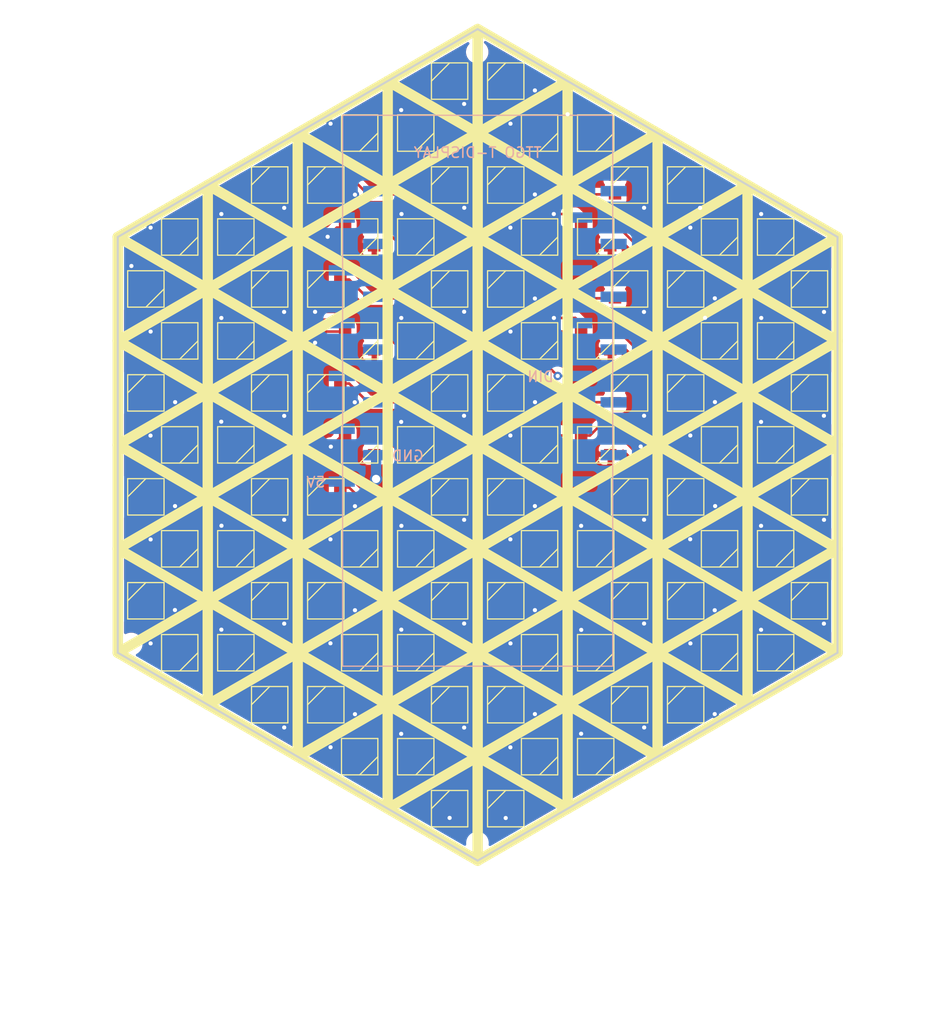
<source format=kicad_pcb>
(kicad_pcb (version 20171130) (host pcbnew "(5.1.5)-3")
  (layers (0 F.Cu signal) (31 B.Cu signal) (34 B.Paste user) (35 F.Paste user) (36 B.SilkS user) (37 F.SilkS user hide) (38 B.Mask user) (39 F.Mask user) (44 Edge.Cuts user))
  (net 0 "")
  (net 1 VCC)
  (net 2 DIN)
  (net 3 "Net-(D1-Pad2)")
  (net 4 GND)
  (net 5 "Net-(D2-Pad2)")
  (net 6 "Net-(D3-Pad2)")
  (net 7 "Net-(D4-Pad2)")
  (net 8 "Net-(D5-Pad2)")
  (net 9 "Net-(D6-Pad2)")
  (net 10 "Net-(D7-Pad2)")
  (net 11 "Net-(D8-Pad2)")
  (net 12 "Net-(D10-Pad4)")
  (net 13 "Net-(D10-Pad2)")
  (net 14 "Net-(D11-Pad2)")
  (net 15 "Net-(D12-Pad2)")
  (net 16 "Net-(D13-Pad2)")
  (net 17 "Net-(D14-Pad2)")
  (net 18 "Net-(D15-Pad2)")
  (net 19 "Net-(D16-Pad2)")
  (net 20 "Net-(D17-Pad2)")
  (net 21 "Net-(D18-Pad2)")
  (net 22 "Net-(D19-Pad2)")
  (net 23 "Net-(D20-Pad2)")
  (net 24 "Net-(D21-Pad2)")
  (net 25 "Net-(D22-Pad2)")
  (net 26 "Net-(D23-Pad2)")
  (net 27 "Net-(D24-Pad2)")
  (net 28 "Net-(D25-Pad2)")
  (net 29 "Net-(D26-Pad2)")
  (net 30 "Net-(D27-Pad2)")
  (net 31 "Net-(D28-Pad2)")
  (net 32 "Net-(D29-Pad2)")
  (net 33 "Net-(D30-Pad2)")
  (net 34 "Net-(D31-Pad2)")
  (net 35 "Net-(D32-Pad2)")
  (net 36 "Net-(D33-Pad2)")
  (net 37 "Net-(D34-Pad2)")
  (net 38 "Net-(D35-Pad2)")
  (net 39 "Net-(D36-Pad2)")
  (net 40 "Net-(D37-Pad2)")
  (net 41 "Net-(D38-Pad2)")
  (net 42 "Net-(D39-Pad2)")
  (net 43 "Net-(D40-Pad2)")
  (net 44 "Net-(D41-Pad2)")
  (net 45 "Net-(D42-Pad2)")
  (net 46 "Net-(D43-Pad2)")
  (net 47 "Net-(D44-Pad2)")
  (net 48 "Net-(D45-Pad2)")
  (net 49 "Net-(D46-Pad2)")
  (net 50 "Net-(D47-Pad2)")
  (net 51 "Net-(D48-Pad2)")
  (net 52 "Net-(D49-Pad2)")
  (net 53 "Net-(D50-Pad2)")
  (net 54 "Net-(D51-Pad2)")
  (net 55 "Net-(D52-Pad2)")
  (net 56 "Net-(D53-Pad2)")
  (net 57 "Net-(D54-Pad2)")
  (net 58 "Net-(D55-Pad2)")
  (net 59 "Net-(D56-Pad2)")
  (net 60 "Net-(D57-Pad2)")
  (net 61 "Net-(D58-Pad2)")
  (net 62 "Net-(D59-Pad2)")
  (net 63 "Net-(D60-Pad2)")
  (net 64 "Net-(D61-Pad2)")
  (net 65 "Net-(D62-Pad2)")
  (net 66 "Net-(D63-Pad2)")
  (net 67 "Net-(D64-Pad2)")
  (net 68 "Net-(D65-Pad2)")
  (net 69 "Net-(D66-Pad2)")
  (net 70 "Net-(D67-Pad2)")
  (net 71 "Net-(D68-Pad2)")
  (net 72 "Net-(D69-Pad2)")
  (net 73 "Net-(D70-Pad2)")
  (net 74 "Net-(D71-Pad2)")
  (net 75 "Net-(D72-Pad2)")
  (net 76 "Net-(D73-Pad2)")
  (net 77 "Net-(D74-Pad2)")
  (net 78 "Net-(D75-Pad2)")
  (net 79 "Net-(D76-Pad2)")
  (net 80 "Net-(D77-Pad2)")
  (net 81 "Net-(D78-Pad2)")
  (net 82 "Net-(D79-Pad2)")
  (net 83 "Net-(D80-Pad2)")
  (net 84 "Net-(D81-Pad2)")
  (net 85 "Net-(D82-Pad2)")
  (net 86 "Net-(D83-Pad2)")
  (net 87 "Net-(D84-Pad2)")
  (net 88 "Net-(D85-Pad2)")
  (net 89 "Net-(D86-Pad2)")
  (net 90 "Net-(D87-Pad2)")
  (net 91 "Net-(D88-Pad2)")
  (net 92 "Net-(D89-Pad2)")
  (net 93 "Net-(D90-Pad2)")
  (net 94 "Net-(D91-Pad2)")
  (net 95 "Net-(D92-Pad2)")
  (net 96 "Net-(D93-Pad2)")
  (net 97 "Net-(D94-Pad2)")
  (net 98 "Net-(D95-Pad2)")
  (net 99 "Net-(D96-Pad2)")
  (net 100 "Net-(U1-Pad1)")
  (net 101 "Net-(U1-Pad2)")
  (net 102 "Net-(U1-Pad3)")
  (net 103 "Net-(U1-Pad4)")
  (net 104 "Net-(U1-Pad5)")
  (net 105 "Net-(U1-Pad6)")
  (net 106 "Net-(U1-Pad7)")
  (net 107 "Net-(U1-Pad9)")
  (net 108 "Net-(U1-Pad10)")
  (net 109 "Net-(U1-Pad11)")
  (net 110 "Net-(U1-Pad12)")
  (net 111 "Net-(U1-Pad15)")
  (net 112 "Net-(U1-Pad16)")
  (net 113 "Net-(U1-Pad17)")
  (net 114 "Net-(U1-Pad18)")
  (net 115 "Net-(U1-Pad19)")
  (net 116 "Net-(U1-Pad20)")
  (net 117 "Net-(U1-Pad21)")
  (net 118 "Net-(U1-Pad22)")
  (net 119 "Net-(U1-Pad23)")
  (net 120 "Net-(U1-Pad24)")
  (module hexy:WS2812B-MINI (layer F.Cu) (at 81.342032 74.79)
    (fp_text reference D2 hide)
    (fp_text value WS2812B)
    (pad 1 smd rect (at 1.4 0.9) (size 1.2 1) (layers F.Cu F.Paste F.Mask) (net 1 VCC))
    (pad 4 smd rect (at -1.4 0.9) (size 1.2 1) (layers F.Cu F.Paste F.Mask) (net 3 "Net-(D1-Pad2)"))
    (pad 2 smd rect (at 1.4 -0.9) (size 1.2 1) (layers F.Cu F.Paste F.Mask) (net 5 "Net-(D2-Pad2)"))
    (pad 3 smd rect (at -1.4 -0.9) (size 1.2 1) (layers F.Cu F.Paste F.Mask) (net 4 GND))
  )
  (module hexy:WS2812B-MINI (layer F.Cu) (at 75.940603 74.79)
    (fp_text reference D1 hide)
    (fp_text value WS2812B)
    (pad 1 smd rect (at 1.4 0.9) (size 1.2 1) (layers F.Cu F.Paste F.Mask) (net 1 VCC))
    (pad 4 smd rect (at -1.4 0.9) (size 1.2 1) (layers F.Cu F.Paste F.Mask) (net 2 DIN))
    (pad 2 smd rect (at 1.4 -0.9) (size 1.2 1) (layers F.Cu F.Paste F.Mask) (net 3 "Net-(D1-Pad2)"))
    (pad 3 smd rect (at -1.4 -0.9) (size 1.2 1) (layers F.Cu F.Paste F.Mask) (net 4 GND))
  )
  (module hexy:WS2812B-MINI (layer F.Cu) (at 90.002032 79.79 180)
    (fp_text reference D3 hide)
    (fp_text value WS2812B)
    (pad 1 smd rect (at 1.4 0.9 180) (size 1.2 1) (layers F.Cu F.Paste F.Mask) (net 1 VCC))
    (pad 4 smd rect (at -1.4 0.9 180) (size 1.2 1) (layers F.Cu F.Paste F.Mask) (net 5 "Net-(D2-Pad2)"))
    (pad 2 smd rect (at 1.4 -0.9 180) (size 1.2 1) (layers F.Cu F.Paste F.Mask) (net 6 "Net-(D3-Pad2)"))
    (pad 3 smd rect (at -1.4 -0.9 180) (size 1.2 1) (layers F.Cu F.Paste F.Mask) (net 4 GND))
  )
  (module hexy:WS2812B-MINI (layer F.Cu) (at 84.602032 79.79 180)
    (fp_text reference D4 hide)
    (fp_text value WS2812B)
    (pad 1 smd rect (at 1.4 0.9 180) (size 1.2 1) (layers F.Cu F.Paste F.Mask) (net 1 VCC))
    (pad 4 smd rect (at -1.4 0.9 180) (size 1.2 1) (layers F.Cu F.Paste F.Mask) (net 6 "Net-(D3-Pad2)"))
    (pad 2 smd rect (at 1.4 -0.9 180) (size 1.2 1) (layers F.Cu F.Paste F.Mask) (net 7 "Net-(D4-Pad2)"))
    (pad 3 smd rect (at -1.4 -0.9 180) (size 1.2 1) (layers F.Cu F.Paste F.Mask) (net 4 GND))
  )
  (module hexy:WS2812B-MINI (layer F.Cu) (at 72.682032 79.79 180)
    (fp_text reference D5 hide)
    (fp_text value WS2812B)
    (pad 1 smd rect (at 1.4 0.9 180) (size 1.2 1) (layers F.Cu F.Paste F.Mask) (net 1 VCC))
    (pad 4 smd rect (at -1.4 0.9 180) (size 1.2 1) (layers F.Cu F.Paste F.Mask) (net 7 "Net-(D4-Pad2)"))
    (pad 2 smd rect (at 1.4 -0.9 180) (size 1.2 1) (layers F.Cu F.Paste F.Mask) (net 8 "Net-(D5-Pad2)"))
    (pad 3 smd rect (at -1.4 -0.9 180) (size 1.2 1) (layers F.Cu F.Paste F.Mask) (net 4 GND))
  )
  (module hexy:WS2812B-MINI (layer F.Cu) (at 67.282032 79.79 180)
    (fp_text reference D6 hide)
    (fp_text value WS2812B)
    (pad 1 smd rect (at 1.4 0.9 180) (size 1.2 1) (layers F.Cu F.Paste F.Mask) (net 1 VCC))
    (pad 4 smd rect (at -1.4 0.9 180) (size 1.2 1) (layers F.Cu F.Paste F.Mask) (net 8 "Net-(D5-Pad2)"))
    (pad 2 smd rect (at 1.4 -0.9 180) (size 1.2 1) (layers F.Cu F.Paste F.Mask) (net 9 "Net-(D6-Pad2)"))
    (pad 3 smd rect (at -1.4 -0.9 180) (size 1.2 1) (layers F.Cu F.Paste F.Mask) (net 4 GND))
  )
  (module hexy:WS2812B-MINI (layer F.Cu) (at 58.622032 84.79)
    (fp_text reference D7 hide)
    (fp_text value WS2812B)
    (pad 1 smd rect (at 1.4 0.9) (size 1.2 1) (layers F.Cu F.Paste F.Mask) (net 1 VCC))
    (pad 4 smd rect (at -1.4 0.9) (size 1.2 1) (layers F.Cu F.Paste F.Mask) (net 9 "Net-(D6-Pad2)"))
    (pad 2 smd rect (at 1.4 -0.9) (size 1.2 1) (layers F.Cu F.Paste F.Mask) (net 10 "Net-(D7-Pad2)"))
    (pad 3 smd rect (at -1.4 -0.9) (size 1.2 1) (layers F.Cu F.Paste F.Mask) (net 4 GND))
  )
  (module hexy:WS2812B-MINI (layer F.Cu) (at 64.022032 84.79)
    (fp_text reference D8 hide)
    (fp_text value WS2812B)
    (pad 1 smd rect (at 1.4 0.9) (size 1.2 1) (layers F.Cu F.Paste F.Mask) (net 1 VCC))
    (pad 4 smd rect (at -1.4 0.9) (size 1.2 1) (layers F.Cu F.Paste F.Mask) (net 10 "Net-(D7-Pad2)"))
    (pad 2 smd rect (at 1.4 -0.9) (size 1.2 1) (layers F.Cu F.Paste F.Mask) (net 11 "Net-(D8-Pad2)"))
    (pad 3 smd rect (at -1.4 -0.9) (size 1.2 1) (layers F.Cu F.Paste F.Mask) (net 4 GND))
  )
  (module hexy:WS2812B-MINI (layer F.Cu) (at 75.940603 84.79)
    (fp_text reference D9 hide)
    (fp_text value WS2812B)
    (pad 1 smd rect (at 1.4 0.9) (size 1.2 1) (layers F.Cu F.Paste F.Mask) (net 1 VCC))
    (pad 4 smd rect (at -1.4 0.9) (size 1.2 1) (layers F.Cu F.Paste F.Mask) (net 11 "Net-(D8-Pad2)"))
    (pad 2 smd rect (at 1.4 -0.9) (size 1.2 1) (layers F.Cu F.Paste F.Mask) (net 12 "Net-(D10-Pad4)"))
    (pad 3 smd rect (at -1.4 -0.9) (size 1.2 1) (layers F.Cu F.Paste F.Mask) (net 4 GND))
  )
  (module hexy:WS2812B-MINI (layer F.Cu) (at 81.342032 84.79)
    (fp_text reference D10 hide)
    (fp_text value WS2812B)
    (pad 1 smd rect (at 1.4 0.9) (size 1.2 1) (layers F.Cu F.Paste F.Mask) (net 1 VCC))
    (pad 4 smd rect (at -1.4 0.9) (size 1.2 1) (layers F.Cu F.Paste F.Mask) (net 12 "Net-(D10-Pad4)"))
    (pad 2 smd rect (at 1.4 -0.9) (size 1.2 1) (layers F.Cu F.Paste F.Mask) (net 13 "Net-(D10-Pad2)"))
    (pad 3 smd rect (at -1.4 -0.9) (size 1.2 1) (layers F.Cu F.Paste F.Mask) (net 4 GND))
  )
  (module hexy:WS2812B-MINI (layer F.Cu) (at 93.262032 84.79)
    (fp_text reference D11 hide)
    (fp_text value WS2812B)
    (pad 1 smd rect (at 1.4 0.9) (size 1.2 1) (layers F.Cu F.Paste F.Mask) (net 1 VCC))
    (pad 4 smd rect (at -1.4 0.9) (size 1.2 1) (layers F.Cu F.Paste F.Mask) (net 13 "Net-(D10-Pad2)"))
    (pad 2 smd rect (at 1.4 -0.9) (size 1.2 1) (layers F.Cu F.Paste F.Mask) (net 14 "Net-(D11-Pad2)"))
    (pad 3 smd rect (at -1.4 -0.9) (size 1.2 1) (layers F.Cu F.Paste F.Mask) (net 4 GND))
  )
  (module hexy:WS2812B-MINI (layer F.Cu) (at 98.662032 84.79)
    (fp_text reference D12 hide)
    (fp_text value WS2812B)
    (pad 1 smd rect (at 1.4 0.9) (size 1.2 1) (layers F.Cu F.Paste F.Mask) (net 1 VCC))
    (pad 4 smd rect (at -1.4 0.9) (size 1.2 1) (layers F.Cu F.Paste F.Mask) (net 14 "Net-(D11-Pad2)"))
    (pad 2 smd rect (at 1.4 -0.9) (size 1.2 1) (layers F.Cu F.Paste F.Mask) (net 15 "Net-(D12-Pad2)"))
    (pad 3 smd rect (at -1.4 -0.9) (size 1.2 1) (layers F.Cu F.Paste F.Mask) (net 4 GND))
  )
  (module hexy:WS2812B-MINI (layer F.Cu) (at 107.322032 89.79 180)
    (fp_text reference D13 hide)
    (fp_text value WS2812B)
    (pad 1 smd rect (at 1.4 0.9 180) (size 1.2 1) (layers F.Cu F.Paste F.Mask) (net 1 VCC))
    (pad 4 smd rect (at -1.4 0.9 180) (size 1.2 1) (layers F.Cu F.Paste F.Mask) (net 15 "Net-(D12-Pad2)"))
    (pad 2 smd rect (at 1.4 -0.9 180) (size 1.2 1) (layers F.Cu F.Paste F.Mask) (net 16 "Net-(D13-Pad2)"))
    (pad 3 smd rect (at -1.4 -0.9 180) (size 1.2 1) (layers F.Cu F.Paste F.Mask) (net 4 GND))
  )
  (module hexy:WS2812B-MINI (layer F.Cu) (at 101.922032 89.79 180)
    (fp_text reference D14 hide)
    (fp_text value WS2812B)
    (pad 1 smd rect (at 1.4 0.9 180) (size 1.2 1) (layers F.Cu F.Paste F.Mask) (net 1 VCC))
    (pad 4 smd rect (at -1.4 0.9 180) (size 1.2 1) (layers F.Cu F.Paste F.Mask) (net 16 "Net-(D13-Pad2)"))
    (pad 2 smd rect (at 1.4 -0.9 180) (size 1.2 1) (layers F.Cu F.Paste F.Mask) (net 17 "Net-(D14-Pad2)"))
    (pad 3 smd rect (at -1.4 -0.9 180) (size 1.2 1) (layers F.Cu F.Paste F.Mask) (net 4 GND))
  )
  (module hexy:WS2812B-MINI (layer F.Cu) (at 90.002032 89.79 180)
    (fp_text reference D15 hide)
    (fp_text value WS2812B)
    (pad 1 smd rect (at 1.4 0.9 180) (size 1.2 1) (layers F.Cu F.Paste F.Mask) (net 1 VCC))
    (pad 4 smd rect (at -1.4 0.9 180) (size 1.2 1) (layers F.Cu F.Paste F.Mask) (net 17 "Net-(D14-Pad2)"))
    (pad 2 smd rect (at 1.4 -0.9 180) (size 1.2 1) (layers F.Cu F.Paste F.Mask) (net 18 "Net-(D15-Pad2)"))
    (pad 3 smd rect (at -1.4 -0.9 180) (size 1.2 1) (layers F.Cu F.Paste F.Mask) (net 4 GND))
  )
  (module hexy:WS2812B-MINI (layer F.Cu) (at 84.602032 89.79 180)
    (fp_text reference D16 hide)
    (fp_text value WS2812B)
    (pad 1 smd rect (at 1.4 0.9 180) (size 1.2 1) (layers F.Cu F.Paste F.Mask) (net 1 VCC))
    (pad 4 smd rect (at -1.4 0.9 180) (size 1.2 1) (layers F.Cu F.Paste F.Mask) (net 18 "Net-(D15-Pad2)"))
    (pad 2 smd rect (at 1.4 -0.9 180) (size 1.2 1) (layers F.Cu F.Paste F.Mask) (net 19 "Net-(D16-Pad2)"))
    (pad 3 smd rect (at -1.4 -0.9 180) (size 1.2 1) (layers F.Cu F.Paste F.Mask) (net 4 GND))
  )
  (module hexy:WS2812B-MINI (layer F.Cu) (at 72.682032 89.79 180)
    (fp_text reference D17 hide)
    (fp_text value WS2812B)
    (pad 1 smd rect (at 1.4 0.9 180) (size 1.2 1) (layers F.Cu F.Paste F.Mask) (net 1 VCC))
    (pad 4 smd rect (at -1.4 0.9 180) (size 1.2 1) (layers F.Cu F.Paste F.Mask) (net 19 "Net-(D16-Pad2)"))
    (pad 2 smd rect (at 1.4 -0.9 180) (size 1.2 1) (layers F.Cu F.Paste F.Mask) (net 20 "Net-(D17-Pad2)"))
    (pad 3 smd rect (at -1.4 -0.9 180) (size 1.2 1) (layers F.Cu F.Paste F.Mask) (net 4 GND))
  )
  (module hexy:WS2812B-MINI (layer F.Cu) (at 67.282032 89.79 180)
    (fp_text reference D18 hide)
    (fp_text value WS2812B)
    (pad 1 smd rect (at 1.4 0.9 180) (size 1.2 1) (layers F.Cu F.Paste F.Mask) (net 1 VCC))
    (pad 4 smd rect (at -1.4 0.9 180) (size 1.2 1) (layers F.Cu F.Paste F.Mask) (net 20 "Net-(D17-Pad2)"))
    (pad 2 smd rect (at 1.4 -0.9 180) (size 1.2 1) (layers F.Cu F.Paste F.Mask) (net 21 "Net-(D18-Pad2)"))
    (pad 3 smd rect (at -1.4 -0.9 180) (size 1.2 1) (layers F.Cu F.Paste F.Mask) (net 4 GND))
  )
  (module hexy:WS2812B-MINI (layer F.Cu) (at 55.362032 89.79 180)
    (fp_text reference D19 hide)
    (fp_text value WS2812B)
    (pad 1 smd rect (at 1.4 0.9 180) (size 1.2 1) (layers F.Cu F.Paste F.Mask) (net 1 VCC))
    (pad 4 smd rect (at -1.4 0.9 180) (size 1.2 1) (layers F.Cu F.Paste F.Mask) (net 21 "Net-(D18-Pad2)"))
    (pad 2 smd rect (at 1.4 -0.9 180) (size 1.2 1) (layers F.Cu F.Paste F.Mask) (net 22 "Net-(D19-Pad2)"))
    (pad 3 smd rect (at -1.4 -0.9 180) (size 1.2 1) (layers F.Cu F.Paste F.Mask) (net 4 GND))
  )
  (module hexy:WS2812B-MINI (layer F.Cu) (at 49.962032 89.79 180)
    (fp_text reference D20 hide)
    (fp_text value WS2812B)
    (pad 1 smd rect (at 1.4 0.9 180) (size 1.2 1) (layers F.Cu F.Paste F.Mask) (net 1 VCC))
    (pad 4 smd rect (at -1.4 0.9 180) (size 1.2 1) (layers F.Cu F.Paste F.Mask) (net 22 "Net-(D19-Pad2)"))
    (pad 2 smd rect (at 1.4 -0.9 180) (size 1.2 1) (layers F.Cu F.Paste F.Mask) (net 23 "Net-(D20-Pad2)"))
    (pad 3 smd rect (at -1.4 -0.9 180) (size 1.2 1) (layers F.Cu F.Paste F.Mask) (net 4 GND))
  )
  (module hexy:WS2812B-MINI (layer F.Cu) (at 46.702032 94.79 180)
    (fp_text reference D21 hide)
    (fp_text value WS2812B)
    (pad 1 smd rect (at 1.4 0.9 180) (size 1.2 1) (layers F.Cu F.Paste F.Mask) (net 1 VCC))
    (pad 4 smd rect (at -1.4 0.9 180) (size 1.2 1) (layers F.Cu F.Paste F.Mask) (net 23 "Net-(D20-Pad2)"))
    (pad 2 smd rect (at 1.4 -0.9 180) (size 1.2 1) (layers F.Cu F.Paste F.Mask) (net 24 "Net-(D21-Pad2)"))
    (pad 3 smd rect (at -1.4 -0.9 180) (size 1.2 1) (layers F.Cu F.Paste F.Mask) (net 4 GND))
  )
  (module hexy:WS2812B-MINI (layer F.Cu) (at 58.622032 94.79)
    (fp_text reference D22 hide)
    (fp_text value WS2812B)
    (pad 1 smd rect (at 1.4 0.9) (size 1.2 1) (layers F.Cu F.Paste F.Mask) (net 1 VCC))
    (pad 4 smd rect (at -1.4 0.9) (size 1.2 1) (layers F.Cu F.Paste F.Mask) (net 24 "Net-(D21-Pad2)"))
    (pad 2 smd rect (at 1.4 -0.9) (size 1.2 1) (layers F.Cu F.Paste F.Mask) (net 25 "Net-(D22-Pad2)"))
    (pad 3 smd rect (at -1.4 -0.9) (size 1.2 1) (layers F.Cu F.Paste F.Mask) (net 4 GND))
  )
  (module hexy:WS2812B-MINI (layer F.Cu) (at 64.022032 94.79)
    (fp_text reference D23 hide)
    (fp_text value WS2812B)
    (pad 1 smd rect (at 1.4 0.9) (size 1.2 1) (layers F.Cu F.Paste F.Mask) (net 1 VCC))
    (pad 4 smd rect (at -1.4 0.9) (size 1.2 1) (layers F.Cu F.Paste F.Mask) (net 25 "Net-(D22-Pad2)"))
    (pad 2 smd rect (at 1.4 -0.9) (size 1.2 1) (layers F.Cu F.Paste F.Mask) (net 26 "Net-(D23-Pad2)"))
    (pad 3 smd rect (at -1.4 -0.9) (size 1.2 1) (layers F.Cu F.Paste F.Mask) (net 4 GND))
  )
  (module hexy:WS2812B-MINI (layer F.Cu) (at 75.940603 94.79)
    (fp_text reference D24 hide)
    (fp_text value WS2812B)
    (pad 1 smd rect (at 1.4 0.9) (size 1.2 1) (layers F.Cu F.Paste F.Mask) (net 1 VCC))
    (pad 4 smd rect (at -1.4 0.9) (size 1.2 1) (layers F.Cu F.Paste F.Mask) (net 26 "Net-(D23-Pad2)"))
    (pad 2 smd rect (at 1.4 -0.9) (size 1.2 1) (layers F.Cu F.Paste F.Mask) (net 27 "Net-(D24-Pad2)"))
    (pad 3 smd rect (at -1.4 -0.9) (size 1.2 1) (layers F.Cu F.Paste F.Mask) (net 4 GND))
  )
  (module hexy:WS2812B-MINI (layer F.Cu) (at 81.342032 94.79)
    (fp_text reference D25 hide)
    (fp_text value WS2812B)
    (pad 1 smd rect (at 1.4 0.9) (size 1.2 1) (layers F.Cu F.Paste F.Mask) (net 1 VCC))
    (pad 4 smd rect (at -1.4 0.9) (size 1.2 1) (layers F.Cu F.Paste F.Mask) (net 27 "Net-(D24-Pad2)"))
    (pad 2 smd rect (at 1.4 -0.9) (size 1.2 1) (layers F.Cu F.Paste F.Mask) (net 28 "Net-(D25-Pad2)"))
    (pad 3 smd rect (at -1.4 -0.9) (size 1.2 1) (layers F.Cu F.Paste F.Mask) (net 4 GND))
  )
  (module hexy:WS2812B-MINI (layer F.Cu) (at 93.262032 94.79)
    (fp_text reference D26 hide)
    (fp_text value WS2812B)
    (pad 1 smd rect (at 1.4 0.9) (size 1.2 1) (layers F.Cu F.Paste F.Mask) (net 1 VCC))
    (pad 4 smd rect (at -1.4 0.9) (size 1.2 1) (layers F.Cu F.Paste F.Mask) (net 28 "Net-(D25-Pad2)"))
    (pad 2 smd rect (at 1.4 -0.9) (size 1.2 1) (layers F.Cu F.Paste F.Mask) (net 29 "Net-(D26-Pad2)"))
    (pad 3 smd rect (at -1.4 -0.9) (size 1.2 1) (layers F.Cu F.Paste F.Mask) (net 4 GND))
  )
  (module hexy:WS2812B-MINI (layer F.Cu) (at 98.662032 94.79)
    (fp_text reference D27 hide)
    (fp_text value WS2812B)
    (pad 1 smd rect (at 1.4 0.9) (size 1.2 1) (layers F.Cu F.Paste F.Mask) (net 1 VCC))
    (pad 4 smd rect (at -1.4 0.9) (size 1.2 1) (layers F.Cu F.Paste F.Mask) (net 29 "Net-(D26-Pad2)"))
    (pad 2 smd rect (at 1.4 -0.9) (size 1.2 1) (layers F.Cu F.Paste F.Mask) (net 30 "Net-(D27-Pad2)"))
    (pad 3 smd rect (at -1.4 -0.9) (size 1.2 1) (layers F.Cu F.Paste F.Mask) (net 4 GND))
  )
  (module hexy:WS2812B-MINI (layer F.Cu) (at 110.582032 94.79)
    (fp_text reference D28 hide)
    (fp_text value WS2812B)
    (pad 1 smd rect (at 1.4 0.9) (size 1.2 1) (layers F.Cu F.Paste F.Mask) (net 1 VCC))
    (pad 4 smd rect (at -1.4 0.9) (size 1.2 1) (layers F.Cu F.Paste F.Mask) (net 30 "Net-(D27-Pad2)"))
    (pad 2 smd rect (at 1.4 -0.9) (size 1.2 1) (layers F.Cu F.Paste F.Mask) (net 31 "Net-(D28-Pad2)"))
    (pad 3 smd rect (at -1.4 -0.9) (size 1.2 1) (layers F.Cu F.Paste F.Mask) (net 4 GND))
  )
  (module hexy:WS2812B-MINI (layer F.Cu) (at 107.322032 99.79 180)
    (fp_text reference D29 hide)
    (fp_text value WS2812B)
    (pad 1 smd rect (at 1.4 0.9 180) (size 1.2 1) (layers F.Cu F.Paste F.Mask) (net 1 VCC))
    (pad 4 smd rect (at -1.4 0.9 180) (size 1.2 1) (layers F.Cu F.Paste F.Mask) (net 31 "Net-(D28-Pad2)"))
    (pad 2 smd rect (at 1.4 -0.9 180) (size 1.2 1) (layers F.Cu F.Paste F.Mask) (net 32 "Net-(D29-Pad2)"))
    (pad 3 smd rect (at -1.4 -0.9 180) (size 1.2 1) (layers F.Cu F.Paste F.Mask) (net 4 GND))
  )
  (module hexy:WS2812B-MINI (layer F.Cu) (at 101.922032 99.79 180)
    (fp_text reference D30 hide)
    (fp_text value WS2812B)
    (pad 1 smd rect (at 1.4 0.9 180) (size 1.2 1) (layers F.Cu F.Paste F.Mask) (net 1 VCC))
    (pad 4 smd rect (at -1.4 0.9 180) (size 1.2 1) (layers F.Cu F.Paste F.Mask) (net 32 "Net-(D29-Pad2)"))
    (pad 2 smd rect (at 1.4 -0.9 180) (size 1.2 1) (layers F.Cu F.Paste F.Mask) (net 33 "Net-(D30-Pad2)"))
    (pad 3 smd rect (at -1.4 -0.9 180) (size 1.2 1) (layers F.Cu F.Paste F.Mask) (net 4 GND))
  )
  (module hexy:WS2812B-MINI (layer F.Cu) (at 90.002032 99.79 180)
    (fp_text reference D31 hide)
    (fp_text value WS2812B)
    (pad 1 smd rect (at 1.4 0.9 180) (size 1.2 1) (layers F.Cu F.Paste F.Mask) (net 1 VCC))
    (pad 4 smd rect (at -1.4 0.9 180) (size 1.2 1) (layers F.Cu F.Paste F.Mask) (net 33 "Net-(D30-Pad2)"))
    (pad 2 smd rect (at 1.4 -0.9 180) (size 1.2 1) (layers F.Cu F.Paste F.Mask) (net 34 "Net-(D31-Pad2)"))
    (pad 3 smd rect (at -1.4 -0.9 180) (size 1.2 1) (layers F.Cu F.Paste F.Mask) (net 4 GND))
  )
  (module hexy:WS2812B-MINI (layer F.Cu) (at 84.602032 99.79 180)
    (fp_text reference D32 hide)
    (fp_text value WS2812B)
    (pad 1 smd rect (at 1.4 0.9 180) (size 1.2 1) (layers F.Cu F.Paste F.Mask) (net 1 VCC))
    (pad 4 smd rect (at -1.4 0.9 180) (size 1.2 1) (layers F.Cu F.Paste F.Mask) (net 34 "Net-(D31-Pad2)"))
    (pad 2 smd rect (at 1.4 -0.9 180) (size 1.2 1) (layers F.Cu F.Paste F.Mask) (net 35 "Net-(D32-Pad2)"))
    (pad 3 smd rect (at -1.4 -0.9 180) (size 1.2 1) (layers F.Cu F.Paste F.Mask) (net 4 GND))
  )
  (module hexy:WS2812B-MINI (layer F.Cu) (at 72.682032 99.79 180)
    (fp_text reference D33 hide)
    (fp_text value WS2812B)
    (pad 1 smd rect (at 1.4 0.9 180) (size 1.2 1) (layers F.Cu F.Paste F.Mask) (net 1 VCC))
    (pad 4 smd rect (at -1.4 0.9 180) (size 1.2 1) (layers F.Cu F.Paste F.Mask) (net 35 "Net-(D32-Pad2)"))
    (pad 2 smd rect (at 1.4 -0.9 180) (size 1.2 1) (layers F.Cu F.Paste F.Mask) (net 36 "Net-(D33-Pad2)"))
    (pad 3 smd rect (at -1.4 -0.9 180) (size 1.2 1) (layers F.Cu F.Paste F.Mask) (net 4 GND))
  )
  (module hexy:WS2812B-MINI (layer F.Cu) (at 67.282032 99.79 180)
    (fp_text reference D34 hide)
    (fp_text value WS2812B)
    (pad 1 smd rect (at 1.4 0.9 180) (size 1.2 1) (layers F.Cu F.Paste F.Mask) (net 1 VCC))
    (pad 4 smd rect (at -1.4 0.9 180) (size 1.2 1) (layers F.Cu F.Paste F.Mask) (net 36 "Net-(D33-Pad2)"))
    (pad 2 smd rect (at 1.4 -0.9 180) (size 1.2 1) (layers F.Cu F.Paste F.Mask) (net 37 "Net-(D34-Pad2)"))
    (pad 3 smd rect (at -1.4 -0.9 180) (size 1.2 1) (layers F.Cu F.Paste F.Mask) (net 4 GND))
  )
  (module hexy:WS2812B-MINI (layer F.Cu) (at 55.362032 99.79 180)
    (fp_text reference D35 hide)
    (fp_text value WS2812B)
    (pad 1 smd rect (at 1.4 0.9 180) (size 1.2 1) (layers F.Cu F.Paste F.Mask) (net 1 VCC))
    (pad 4 smd rect (at -1.4 0.9 180) (size 1.2 1) (layers F.Cu F.Paste F.Mask) (net 37 "Net-(D34-Pad2)"))
    (pad 2 smd rect (at 1.4 -0.9 180) (size 1.2 1) (layers F.Cu F.Paste F.Mask) (net 38 "Net-(D35-Pad2)"))
    (pad 3 smd rect (at -1.4 -0.9 180) (size 1.2 1) (layers F.Cu F.Paste F.Mask) (net 4 GND))
  )
  (module hexy:WS2812B-MINI (layer F.Cu) (at 49.962032 99.79 180)
    (fp_text reference D36 hide)
    (fp_text value WS2812B)
    (pad 1 smd rect (at 1.4 0.9 180) (size 1.2 1) (layers F.Cu F.Paste F.Mask) (net 1 VCC))
    (pad 4 smd rect (at -1.4 0.9 180) (size 1.2 1) (layers F.Cu F.Paste F.Mask) (net 38 "Net-(D35-Pad2)"))
    (pad 2 smd rect (at 1.4 -0.9 180) (size 1.2 1) (layers F.Cu F.Paste F.Mask) (net 39 "Net-(D36-Pad2)"))
    (pad 3 smd rect (at -1.4 -0.9 180) (size 1.2 1) (layers F.Cu F.Paste F.Mask) (net 4 GND))
  )
  (module hexy:WS2812B-MINI (layer F.Cu) (at 46.702032 104.79)
    (fp_text reference D37 hide)
    (fp_text value WS2812B)
    (pad 1 smd rect (at 1.4 0.9) (size 1.2 1) (layers F.Cu F.Paste F.Mask) (net 1 VCC))
    (pad 4 smd rect (at -1.4 0.9) (size 1.2 1) (layers F.Cu F.Paste F.Mask) (net 39 "Net-(D36-Pad2)"))
    (pad 2 smd rect (at 1.4 -0.9) (size 1.2 1) (layers F.Cu F.Paste F.Mask) (net 40 "Net-(D37-Pad2)"))
    (pad 3 smd rect (at -1.4 -0.9) (size 1.2 1) (layers F.Cu F.Paste F.Mask) (net 4 GND))
  )
  (module hexy:WS2812B-MINI (layer F.Cu) (at 58.622032 104.79)
    (fp_text reference D38 hide)
    (fp_text value WS2812B)
    (pad 1 smd rect (at 1.4 0.9) (size 1.2 1) (layers F.Cu F.Paste F.Mask) (net 1 VCC))
    (pad 4 smd rect (at -1.4 0.9) (size 1.2 1) (layers F.Cu F.Paste F.Mask) (net 40 "Net-(D37-Pad2)"))
    (pad 2 smd rect (at 1.4 -0.9) (size 1.2 1) (layers F.Cu F.Paste F.Mask) (net 41 "Net-(D38-Pad2)"))
    (pad 3 smd rect (at -1.4 -0.9) (size 1.2 1) (layers F.Cu F.Paste F.Mask) (net 4 GND))
  )
  (module hexy:WS2812B-MINI (layer F.Cu) (at 64.022032 104.79)
    (fp_text reference D39 hide)
    (fp_text value WS2812B)
    (pad 1 smd rect (at 1.4 0.9) (size 1.2 1) (layers F.Cu F.Paste F.Mask) (net 1 VCC))
    (pad 4 smd rect (at -1.4 0.9) (size 1.2 1) (layers F.Cu F.Paste F.Mask) (net 41 "Net-(D38-Pad2)"))
    (pad 2 smd rect (at 1.4 -0.9) (size 1.2 1) (layers F.Cu F.Paste F.Mask) (net 42 "Net-(D39-Pad2)"))
    (pad 3 smd rect (at -1.4 -0.9) (size 1.2 1) (layers F.Cu F.Paste F.Mask) (net 4 GND))
  )
  (module hexy:WS2812B-MINI (layer F.Cu) (at 75.940603 104.79)
    (fp_text reference D40 hide)
    (fp_text value WS2812B)
    (pad 1 smd rect (at 1.4 0.9) (size 1.2 1) (layers F.Cu F.Paste F.Mask) (net 1 VCC))
    (pad 4 smd rect (at -1.4 0.9) (size 1.2 1) (layers F.Cu F.Paste F.Mask) (net 42 "Net-(D39-Pad2)"))
    (pad 2 smd rect (at 1.4 -0.9) (size 1.2 1) (layers F.Cu F.Paste F.Mask) (net 43 "Net-(D40-Pad2)"))
    (pad 3 smd rect (at -1.4 -0.9) (size 1.2 1) (layers F.Cu F.Paste F.Mask) (net 4 GND))
  )
  (module hexy:WS2812B-MINI (layer F.Cu) (at 81.342032 104.79)
    (fp_text reference D41 hide)
    (fp_text value WS2812B)
    (pad 1 smd rect (at 1.4 0.9) (size 1.2 1) (layers F.Cu F.Paste F.Mask) (net 1 VCC))
    (pad 4 smd rect (at -1.4 0.9) (size 1.2 1) (layers F.Cu F.Paste F.Mask) (net 43 "Net-(D40-Pad2)"))
    (pad 2 smd rect (at 1.4 -0.9) (size 1.2 1) (layers F.Cu F.Paste F.Mask) (net 44 "Net-(D41-Pad2)"))
    (pad 3 smd rect (at -1.4 -0.9) (size 1.2 1) (layers F.Cu F.Paste F.Mask) (net 4 GND))
  )
  (module hexy:WS2812B-MINI (layer F.Cu) (at 93.262032 104.79)
    (fp_text reference D42 hide)
    (fp_text value WS2812B)
    (pad 1 smd rect (at 1.4 0.9) (size 1.2 1) (layers F.Cu F.Paste F.Mask) (net 1 VCC))
    (pad 4 smd rect (at -1.4 0.9) (size 1.2 1) (layers F.Cu F.Paste F.Mask) (net 44 "Net-(D41-Pad2)"))
    (pad 2 smd rect (at 1.4 -0.9) (size 1.2 1) (layers F.Cu F.Paste F.Mask) (net 45 "Net-(D42-Pad2)"))
    (pad 3 smd rect (at -1.4 -0.9) (size 1.2 1) (layers F.Cu F.Paste F.Mask) (net 4 GND))
  )
  (module hexy:WS2812B-MINI (layer F.Cu) (at 98.662032 104.79)
    (fp_text reference D43 hide)
    (fp_text value WS2812B)
    (pad 1 smd rect (at 1.4 0.9) (size 1.2 1) (layers F.Cu F.Paste F.Mask) (net 1 VCC))
    (pad 4 smd rect (at -1.4 0.9) (size 1.2 1) (layers F.Cu F.Paste F.Mask) (net 45 "Net-(D42-Pad2)"))
    (pad 2 smd rect (at 1.4 -0.9) (size 1.2 1) (layers F.Cu F.Paste F.Mask) (net 46 "Net-(D43-Pad2)"))
    (pad 3 smd rect (at -1.4 -0.9) (size 1.2 1) (layers F.Cu F.Paste F.Mask) (net 4 GND))
  )
  (module hexy:WS2812B-MINI (layer F.Cu) (at 110.582032 104.79)
    (fp_text reference D44 hide)
    (fp_text value WS2812B)
    (pad 1 smd rect (at 1.4 0.9) (size 1.2 1) (layers F.Cu F.Paste F.Mask) (net 1 VCC))
    (pad 4 smd rect (at -1.4 0.9) (size 1.2 1) (layers F.Cu F.Paste F.Mask) (net 46 "Net-(D43-Pad2)"))
    (pad 2 smd rect (at 1.4 -0.9) (size 1.2 1) (layers F.Cu F.Paste F.Mask) (net 47 "Net-(D44-Pad2)"))
    (pad 3 smd rect (at -1.4 -0.9) (size 1.2 1) (layers F.Cu F.Paste F.Mask) (net 4 GND))
  )
  (module hexy:WS2812B-MINI (layer F.Cu) (at 107.322032 109.79 180)
    (fp_text reference D45 hide)
    (fp_text value WS2812B)
    (pad 1 smd rect (at 1.4 0.9 180) (size 1.2 1) (layers F.Cu F.Paste F.Mask) (net 1 VCC))
    (pad 4 smd rect (at -1.4 0.9 180) (size 1.2 1) (layers F.Cu F.Paste F.Mask) (net 47 "Net-(D44-Pad2)"))
    (pad 2 smd rect (at 1.4 -0.9 180) (size 1.2 1) (layers F.Cu F.Paste F.Mask) (net 48 "Net-(D45-Pad2)"))
    (pad 3 smd rect (at -1.4 -0.9 180) (size 1.2 1) (layers F.Cu F.Paste F.Mask) (net 4 GND))
  )
  (module hexy:WS2812B-MINI (layer F.Cu) (at 101.922032 109.79 180)
    (fp_text reference D46 hide)
    (fp_text value WS2812B)
    (pad 1 smd rect (at 1.4 0.9 180) (size 1.2 1) (layers F.Cu F.Paste F.Mask) (net 1 VCC))
    (pad 4 smd rect (at -1.4 0.9 180) (size 1.2 1) (layers F.Cu F.Paste F.Mask) (net 48 "Net-(D45-Pad2)"))
    (pad 2 smd rect (at 1.4 -0.9 180) (size 1.2 1) (layers F.Cu F.Paste F.Mask) (net 49 "Net-(D46-Pad2)"))
    (pad 3 smd rect (at -1.4 -0.9 180) (size 1.2 1) (layers F.Cu F.Paste F.Mask) (net 4 GND))
  )
  (module hexy:WS2812B-MINI (layer F.Cu) (at 90.002032 109.79 180)
    (fp_text reference D47 hide)
    (fp_text value WS2812B)
    (pad 1 smd rect (at 1.4 0.9 180) (size 1.2 1) (layers F.Cu F.Paste F.Mask) (net 1 VCC))
    (pad 4 smd rect (at -1.4 0.9 180) (size 1.2 1) (layers F.Cu F.Paste F.Mask) (net 49 "Net-(D46-Pad2)"))
    (pad 2 smd rect (at 1.4 -0.9 180) (size 1.2 1) (layers F.Cu F.Paste F.Mask) (net 50 "Net-(D47-Pad2)"))
    (pad 3 smd rect (at -1.4 -0.9 180) (size 1.2 1) (layers F.Cu F.Paste F.Mask) (net 4 GND))
  )
  (module hexy:WS2812B-MINI (layer F.Cu) (at 84.602032 109.79 180)
    (fp_text reference D48 hide)
    (fp_text value WS2812B)
    (pad 1 smd rect (at 1.4 0.9 180) (size 1.2 1) (layers F.Cu F.Paste F.Mask) (net 1 VCC))
    (pad 4 smd rect (at -1.4 0.9 180) (size 1.2 1) (layers F.Cu F.Paste F.Mask) (net 50 "Net-(D47-Pad2)"))
    (pad 2 smd rect (at 1.4 -0.9 180) (size 1.2 1) (layers F.Cu F.Paste F.Mask) (net 51 "Net-(D48-Pad2)"))
    (pad 3 smd rect (at -1.4 -0.9 180) (size 1.2 1) (layers F.Cu F.Paste F.Mask) (net 4 GND))
  )
  (module hexy:WS2812B-MINI (layer F.Cu) (at 72.682032 109.79 180)
    (fp_text reference D49 hide)
    (fp_text value WS2812B)
    (pad 1 smd rect (at 1.4 0.9 180) (size 1.2 1) (layers F.Cu F.Paste F.Mask) (net 1 VCC))
    (pad 4 smd rect (at -1.4 0.9 180) (size 1.2 1) (layers F.Cu F.Paste F.Mask) (net 51 "Net-(D48-Pad2)"))
    (pad 2 smd rect (at 1.4 -0.9 180) (size 1.2 1) (layers F.Cu F.Paste F.Mask) (net 52 "Net-(D49-Pad2)"))
    (pad 3 smd rect (at -1.4 -0.9 180) (size 1.2 1) (layers F.Cu F.Paste F.Mask) (net 4 GND))
  )
  (module hexy:WS2812B-MINI (layer F.Cu) (at 67.282032 109.79 180)
    (fp_text reference D50 hide)
    (fp_text value WS2812B)
    (pad 1 smd rect (at 1.4 0.9 180) (size 1.2 1) (layers F.Cu F.Paste F.Mask) (net 1 VCC))
    (pad 4 smd rect (at -1.4 0.9 180) (size 1.2 1) (layers F.Cu F.Paste F.Mask) (net 52 "Net-(D49-Pad2)"))
    (pad 2 smd rect (at 1.4 -0.9 180) (size 1.2 1) (layers F.Cu F.Paste F.Mask) (net 53 "Net-(D50-Pad2)"))
    (pad 3 smd rect (at -1.4 -0.9 180) (size 1.2 1) (layers F.Cu F.Paste F.Mask) (net 4 GND))
  )
  (module hexy:WS2812B-MINI (layer F.Cu) (at 55.362032 109.79 180)
    (fp_text reference D51 hide)
    (fp_text value WS2812B)
    (pad 1 smd rect (at 1.4 0.9 180) (size 1.2 1) (layers F.Cu F.Paste F.Mask) (net 1 VCC))
    (pad 4 smd rect (at -1.4 0.9 180) (size 1.2 1) (layers F.Cu F.Paste F.Mask) (net 53 "Net-(D50-Pad2)"))
    (pad 2 smd rect (at 1.4 -0.9 180) (size 1.2 1) (layers F.Cu F.Paste F.Mask) (net 54 "Net-(D51-Pad2)"))
    (pad 3 smd rect (at -1.4 -0.9 180) (size 1.2 1) (layers F.Cu F.Paste F.Mask) (net 4 GND))
  )
  (module hexy:WS2812B-MINI (layer F.Cu) (at 49.962032 109.79 180)
    (fp_text reference D52 hide)
    (fp_text value WS2812B)
    (pad 1 smd rect (at 1.4 0.9 180) (size 1.2 1) (layers F.Cu F.Paste F.Mask) (net 1 VCC))
    (pad 4 smd rect (at -1.4 0.9 180) (size 1.2 1) (layers F.Cu F.Paste F.Mask) (net 54 "Net-(D51-Pad2)"))
    (pad 2 smd rect (at 1.4 -0.9 180) (size 1.2 1) (layers F.Cu F.Paste F.Mask) (net 55 "Net-(D52-Pad2)"))
    (pad 3 smd rect (at -1.4 -0.9 180) (size 1.2 1) (layers F.Cu F.Paste F.Mask) (net 4 GND))
  )
  (module hexy:WS2812B-MINI (layer F.Cu) (at 46.702032 114.79)
    (fp_text reference D53 hide)
    (fp_text value WS2812B)
    (pad 1 smd rect (at 1.4 0.9) (size 1.2 1) (layers F.Cu F.Paste F.Mask) (net 1 VCC))
    (pad 4 smd rect (at -1.4 0.9) (size 1.2 1) (layers F.Cu F.Paste F.Mask) (net 55 "Net-(D52-Pad2)"))
    (pad 2 smd rect (at 1.4 -0.9) (size 1.2 1) (layers F.Cu F.Paste F.Mask) (net 56 "Net-(D53-Pad2)"))
    (pad 3 smd rect (at -1.4 -0.9) (size 1.2 1) (layers F.Cu F.Paste F.Mask) (net 4 GND))
  )
  (module hexy:WS2812B-MINI (layer F.Cu) (at 58.622032 114.79)
    (fp_text reference D54 hide)
    (fp_text value WS2812B)
    (pad 1 smd rect (at 1.4 0.9) (size 1.2 1) (layers F.Cu F.Paste F.Mask) (net 1 VCC))
    (pad 4 smd rect (at -1.4 0.9) (size 1.2 1) (layers F.Cu F.Paste F.Mask) (net 56 "Net-(D53-Pad2)"))
    (pad 2 smd rect (at 1.4 -0.9) (size 1.2 1) (layers F.Cu F.Paste F.Mask) (net 57 "Net-(D54-Pad2)"))
    (pad 3 smd rect (at -1.4 -0.9) (size 1.2 1) (layers F.Cu F.Paste F.Mask) (net 4 GND))
  )
  (module hexy:WS2812B-MINI (layer F.Cu) (at 64.022032 114.79)
    (fp_text reference D55 hide)
    (fp_text value WS2812B)
    (pad 1 smd rect (at 1.4 0.9) (size 1.2 1) (layers F.Cu F.Paste F.Mask) (net 1 VCC))
    (pad 4 smd rect (at -1.4 0.9) (size 1.2 1) (layers F.Cu F.Paste F.Mask) (net 57 "Net-(D54-Pad2)"))
    (pad 2 smd rect (at 1.4 -0.9) (size 1.2 1) (layers F.Cu F.Paste F.Mask) (net 58 "Net-(D55-Pad2)"))
    (pad 3 smd rect (at -1.4 -0.9) (size 1.2 1) (layers F.Cu F.Paste F.Mask) (net 4 GND))
  )
  (module hexy:WS2812B-MINI (layer F.Cu) (at 75.940603 114.79)
    (fp_text reference D56 hide)
    (fp_text value WS2812B)
    (pad 1 smd rect (at 1.4 0.9) (size 1.2 1) (layers F.Cu F.Paste F.Mask) (net 1 VCC))
    (pad 4 smd rect (at -1.4 0.9) (size 1.2 1) (layers F.Cu F.Paste F.Mask) (net 58 "Net-(D55-Pad2)"))
    (pad 2 smd rect (at 1.4 -0.9) (size 1.2 1) (layers F.Cu F.Paste F.Mask) (net 59 "Net-(D56-Pad2)"))
    (pad 3 smd rect (at -1.4 -0.9) (size 1.2 1) (layers F.Cu F.Paste F.Mask) (net 4 GND))
  )
  (module hexy:WS2812B-MINI (layer F.Cu) (at 81.342032 114.79)
    (fp_text reference D57 hide)
    (fp_text value WS2812B)
    (pad 1 smd rect (at 1.4 0.9) (size 1.2 1) (layers F.Cu F.Paste F.Mask) (net 1 VCC))
    (pad 4 smd rect (at -1.4 0.9) (size 1.2 1) (layers F.Cu F.Paste F.Mask) (net 59 "Net-(D56-Pad2)"))
    (pad 2 smd rect (at 1.4 -0.9) (size 1.2 1) (layers F.Cu F.Paste F.Mask) (net 60 "Net-(D57-Pad2)"))
    (pad 3 smd rect (at -1.4 -0.9) (size 1.2 1) (layers F.Cu F.Paste F.Mask) (net 4 GND))
  )
  (module hexy:WS2812B-MINI (layer F.Cu) (at 93.262032 114.79)
    (fp_text reference D58 hide)
    (fp_text value WS2812B)
    (pad 1 smd rect (at 1.4 0.9) (size 1.2 1) (layers F.Cu F.Paste F.Mask) (net 1 VCC))
    (pad 4 smd rect (at -1.4 0.9) (size 1.2 1) (layers F.Cu F.Paste F.Mask) (net 60 "Net-(D57-Pad2)"))
    (pad 2 smd rect (at 1.4 -0.9) (size 1.2 1) (layers F.Cu F.Paste F.Mask) (net 61 "Net-(D58-Pad2)"))
    (pad 3 smd rect (at -1.4 -0.9) (size 1.2 1) (layers F.Cu F.Paste F.Mask) (net 4 GND))
  )
  (module hexy:WS2812B-MINI (layer F.Cu) (at 98.662032 114.79)
    (fp_text reference D59 hide)
    (fp_text value WS2812B)
    (pad 1 smd rect (at 1.4 0.9) (size 1.2 1) (layers F.Cu F.Paste F.Mask) (net 1 VCC))
    (pad 4 smd rect (at -1.4 0.9) (size 1.2 1) (layers F.Cu F.Paste F.Mask) (net 61 "Net-(D58-Pad2)"))
    (pad 2 smd rect (at 1.4 -0.9) (size 1.2 1) (layers F.Cu F.Paste F.Mask) (net 62 "Net-(D59-Pad2)"))
    (pad 3 smd rect (at -1.4 -0.9) (size 1.2 1) (layers F.Cu F.Paste F.Mask) (net 4 GND))
  )
  (module hexy:WS2812B-MINI (layer F.Cu) (at 110.582032 114.79)
    (fp_text reference D60 hide)
    (fp_text value WS2812B)
    (pad 1 smd rect (at 1.4 0.9) (size 1.2 1) (layers F.Cu F.Paste F.Mask) (net 1 VCC))
    (pad 4 smd rect (at -1.4 0.9) (size 1.2 1) (layers F.Cu F.Paste F.Mask) (net 62 "Net-(D59-Pad2)"))
    (pad 2 smd rect (at 1.4 -0.9) (size 1.2 1) (layers F.Cu F.Paste F.Mask) (net 63 "Net-(D60-Pad2)"))
    (pad 3 smd rect (at -1.4 -0.9) (size 1.2 1) (layers F.Cu F.Paste F.Mask) (net 4 GND))
  )
  (module hexy:WS2812B-MINI (layer F.Cu) (at 107.322032 119.79 180)
    (fp_text reference D61 hide)
    (fp_text value WS2812B)
    (pad 1 smd rect (at 1.4 0.9 180) (size 1.2 1) (layers F.Cu F.Paste F.Mask) (net 1 VCC))
    (pad 4 smd rect (at -1.4 0.9 180) (size 1.2 1) (layers F.Cu F.Paste F.Mask) (net 63 "Net-(D60-Pad2)"))
    (pad 2 smd rect (at 1.4 -0.9 180) (size 1.2 1) (layers F.Cu F.Paste F.Mask) (net 64 "Net-(D61-Pad2)"))
    (pad 3 smd rect (at -1.4 -0.9 180) (size 1.2 1) (layers F.Cu F.Paste F.Mask) (net 4 GND))
  )
  (module hexy:WS2812B-MINI (layer F.Cu) (at 101.922032 119.79 180)
    (fp_text reference D62 hide)
    (fp_text value WS2812B)
    (pad 1 smd rect (at 1.4 0.9 180) (size 1.2 1) (layers F.Cu F.Paste F.Mask) (net 1 VCC))
    (pad 4 smd rect (at -1.4 0.9 180) (size 1.2 1) (layers F.Cu F.Paste F.Mask) (net 64 "Net-(D61-Pad2)"))
    (pad 2 smd rect (at 1.4 -0.9 180) (size 1.2 1) (layers F.Cu F.Paste F.Mask) (net 65 "Net-(D62-Pad2)"))
    (pad 3 smd rect (at -1.4 -0.9 180) (size 1.2 1) (layers F.Cu F.Paste F.Mask) (net 4 GND))
  )
  (module hexy:WS2812B-MINI (layer F.Cu) (at 90.002032 119.79 180)
    (fp_text reference D63 hide)
    (fp_text value WS2812B)
    (pad 1 smd rect (at 1.4 0.9 180) (size 1.2 1) (layers F.Cu F.Paste F.Mask) (net 1 VCC))
    (pad 4 smd rect (at -1.4 0.9 180) (size 1.2 1) (layers F.Cu F.Paste F.Mask) (net 65 "Net-(D62-Pad2)"))
    (pad 2 smd rect (at 1.4 -0.9 180) (size 1.2 1) (layers F.Cu F.Paste F.Mask) (net 66 "Net-(D63-Pad2)"))
    (pad 3 smd rect (at -1.4 -0.9 180) (size 1.2 1) (layers F.Cu F.Paste F.Mask) (net 4 GND))
  )
  (module hexy:WS2812B-MINI (layer F.Cu) (at 84.602032 119.79 180)
    (fp_text reference D64 hide)
    (fp_text value WS2812B)
    (pad 1 smd rect (at 1.4 0.9 180) (size 1.2 1) (layers F.Cu F.Paste F.Mask) (net 1 VCC))
    (pad 4 smd rect (at -1.4 0.9 180) (size 1.2 1) (layers F.Cu F.Paste F.Mask) (net 66 "Net-(D63-Pad2)"))
    (pad 2 smd rect (at 1.4 -0.9 180) (size 1.2 1) (layers F.Cu F.Paste F.Mask) (net 67 "Net-(D64-Pad2)"))
    (pad 3 smd rect (at -1.4 -0.9 180) (size 1.2 1) (layers F.Cu F.Paste F.Mask) (net 4 GND))
  )
  (module hexy:WS2812B-MINI (layer F.Cu) (at 72.682032 119.79 180)
    (fp_text reference D65 hide)
    (fp_text value WS2812B)
    (pad 1 smd rect (at 1.4 0.9 180) (size 1.2 1) (layers F.Cu F.Paste F.Mask) (net 1 VCC))
    (pad 4 smd rect (at -1.4 0.9 180) (size 1.2 1) (layers F.Cu F.Paste F.Mask) (net 67 "Net-(D64-Pad2)"))
    (pad 2 smd rect (at 1.4 -0.9 180) (size 1.2 1) (layers F.Cu F.Paste F.Mask) (net 68 "Net-(D65-Pad2)"))
    (pad 3 smd rect (at -1.4 -0.9 180) (size 1.2 1) (layers F.Cu F.Paste F.Mask) (net 4 GND))
  )
  (module hexy:WS2812B-MINI (layer F.Cu) (at 67.282032 119.79 180)
    (fp_text reference D66 hide)
    (fp_text value WS2812B)
    (pad 1 smd rect (at 1.4 0.9 180) (size 1.2 1) (layers F.Cu F.Paste F.Mask) (net 1 VCC))
    (pad 4 smd rect (at -1.4 0.9 180) (size 1.2 1) (layers F.Cu F.Paste F.Mask) (net 68 "Net-(D65-Pad2)"))
    (pad 2 smd rect (at 1.4 -0.9 180) (size 1.2 1) (layers F.Cu F.Paste F.Mask) (net 69 "Net-(D66-Pad2)"))
    (pad 3 smd rect (at -1.4 -0.9 180) (size 1.2 1) (layers F.Cu F.Paste F.Mask) (net 4 GND))
  )
  (module hexy:WS2812B-MINI (layer F.Cu) (at 55.362032 119.79 180)
    (fp_text reference D67 hide)
    (fp_text value WS2812B)
    (pad 1 smd rect (at 1.4 0.9 180) (size 1.2 1) (layers F.Cu F.Paste F.Mask) (net 1 VCC))
    (pad 4 smd rect (at -1.4 0.9 180) (size 1.2 1) (layers F.Cu F.Paste F.Mask) (net 69 "Net-(D66-Pad2)"))
    (pad 2 smd rect (at 1.4 -0.9 180) (size 1.2 1) (layers F.Cu F.Paste F.Mask) (net 70 "Net-(D67-Pad2)"))
    (pad 3 smd rect (at -1.4 -0.9 180) (size 1.2 1) (layers F.Cu F.Paste F.Mask) (net 4 GND))
  )
  (module hexy:WS2812B-MINI (layer F.Cu) (at 49.962032 119.79 180)
    (fp_text reference D68 hide)
    (fp_text value WS2812B)
    (pad 1 smd rect (at 1.4 0.9 180) (size 1.2 1) (layers F.Cu F.Paste F.Mask) (net 1 VCC))
    (pad 4 smd rect (at -1.4 0.9 180) (size 1.2 1) (layers F.Cu F.Paste F.Mask) (net 70 "Net-(D67-Pad2)"))
    (pad 2 smd rect (at 1.4 -0.9 180) (size 1.2 1) (layers F.Cu F.Paste F.Mask) (net 71 "Net-(D68-Pad2)"))
    (pad 3 smd rect (at -1.4 -0.9 180) (size 1.2 1) (layers F.Cu F.Paste F.Mask) (net 4 GND))
  )
  (module hexy:WS2812B-MINI (layer F.Cu) (at 46.702032 124.79)
    (fp_text reference D69 hide)
    (fp_text value WS2812B)
    (pad 1 smd rect (at 1.4 0.9) (size 1.2 1) (layers F.Cu F.Paste F.Mask) (net 1 VCC))
    (pad 4 smd rect (at -1.4 0.9) (size 1.2 1) (layers F.Cu F.Paste F.Mask) (net 71 "Net-(D68-Pad2)"))
    (pad 2 smd rect (at 1.4 -0.9) (size 1.2 1) (layers F.Cu F.Paste F.Mask) (net 72 "Net-(D69-Pad2)"))
    (pad 3 smd rect (at -1.4 -0.9) (size 1.2 1) (layers F.Cu F.Paste F.Mask) (net 4 GND))
  )
  (module hexy:WS2812B-MINI (layer F.Cu) (at 58.622032 124.79)
    (fp_text reference D70 hide)
    (fp_text value WS2812B)
    (pad 1 smd rect (at 1.4 0.9) (size 1.2 1) (layers F.Cu F.Paste F.Mask) (net 1 VCC))
    (pad 4 smd rect (at -1.4 0.9) (size 1.2 1) (layers F.Cu F.Paste F.Mask) (net 72 "Net-(D69-Pad2)"))
    (pad 2 smd rect (at 1.4 -0.9) (size 1.2 1) (layers F.Cu F.Paste F.Mask) (net 73 "Net-(D70-Pad2)"))
    (pad 3 smd rect (at -1.4 -0.9) (size 1.2 1) (layers F.Cu F.Paste F.Mask) (net 4 GND))
  )
  (module hexy:WS2812B-MINI (layer F.Cu) (at 64.022032 124.79)
    (fp_text reference D71 hide)
    (fp_text value WS2812B)
    (pad 1 smd rect (at 1.4 0.9) (size 1.2 1) (layers F.Cu F.Paste F.Mask) (net 1 VCC))
    (pad 4 smd rect (at -1.4 0.9) (size 1.2 1) (layers F.Cu F.Paste F.Mask) (net 73 "Net-(D70-Pad2)"))
    (pad 2 smd rect (at 1.4 -0.9) (size 1.2 1) (layers F.Cu F.Paste F.Mask) (net 74 "Net-(D71-Pad2)"))
    (pad 3 smd rect (at -1.4 -0.9) (size 1.2 1) (layers F.Cu F.Paste F.Mask) (net 4 GND))
  )
  (module hexy:WS2812B-MINI (layer F.Cu) (at 75.940603 124.79)
    (fp_text reference D72 hide)
    (fp_text value WS2812B)
    (pad 1 smd rect (at 1.4 0.9) (size 1.2 1) (layers F.Cu F.Paste F.Mask) (net 1 VCC))
    (pad 4 smd rect (at -1.4 0.9) (size 1.2 1) (layers F.Cu F.Paste F.Mask) (net 74 "Net-(D71-Pad2)"))
    (pad 2 smd rect (at 1.4 -0.9) (size 1.2 1) (layers F.Cu F.Paste F.Mask) (net 75 "Net-(D72-Pad2)"))
    (pad 3 smd rect (at -1.4 -0.9) (size 1.2 1) (layers F.Cu F.Paste F.Mask) (net 4 GND))
  )
  (module hexy:WS2812B-MINI (layer F.Cu) (at 81.342032 124.79)
    (fp_text reference D73 hide)
    (fp_text value WS2812B)
    (pad 1 smd rect (at 1.4 0.9) (size 1.2 1) (layers F.Cu F.Paste F.Mask) (net 1 VCC))
    (pad 4 smd rect (at -1.4 0.9) (size 1.2 1) (layers F.Cu F.Paste F.Mask) (net 75 "Net-(D72-Pad2)"))
    (pad 2 smd rect (at 1.4 -0.9) (size 1.2 1) (layers F.Cu F.Paste F.Mask) (net 76 "Net-(D73-Pad2)"))
    (pad 3 smd rect (at -1.4 -0.9) (size 1.2 1) (layers F.Cu F.Paste F.Mask) (net 4 GND))
  )
  (module hexy:WS2812B-MINI (layer F.Cu) (at 93.262032 124.79)
    (fp_text reference D74 hide)
    (fp_text value WS2812B)
    (pad 1 smd rect (at 1.4 0.9) (size 1.2 1) (layers F.Cu F.Paste F.Mask) (net 1 VCC))
    (pad 4 smd rect (at -1.4 0.9) (size 1.2 1) (layers F.Cu F.Paste F.Mask) (net 76 "Net-(D73-Pad2)"))
    (pad 2 smd rect (at 1.4 -0.9) (size 1.2 1) (layers F.Cu F.Paste F.Mask) (net 77 "Net-(D74-Pad2)"))
    (pad 3 smd rect (at -1.4 -0.9) (size 1.2 1) (layers F.Cu F.Paste F.Mask) (net 4 GND))
  )
  (module hexy:WS2812B-MINI (layer F.Cu) (at 98.662032 124.79)
    (fp_text reference D75 hide)
    (fp_text value WS2812B)
    (pad 1 smd rect (at 1.4 0.9) (size 1.2 1) (layers F.Cu F.Paste F.Mask) (net 1 VCC))
    (pad 4 smd rect (at -1.4 0.9) (size 1.2 1) (layers F.Cu F.Paste F.Mask) (net 77 "Net-(D74-Pad2)"))
    (pad 2 smd rect (at 1.4 -0.9) (size 1.2 1) (layers F.Cu F.Paste F.Mask) (net 78 "Net-(D75-Pad2)"))
    (pad 3 smd rect (at -1.4 -0.9) (size 1.2 1) (layers F.Cu F.Paste F.Mask) (net 4 GND))
  )
  (module hexy:WS2812B-MINI (layer F.Cu) (at 110.582032 124.79)
    (fp_text reference D76 hide)
    (fp_text value WS2812B)
    (pad 1 smd rect (at 1.4 0.9) (size 1.2 1) (layers F.Cu F.Paste F.Mask) (net 1 VCC))
    (pad 4 smd rect (at -1.4 0.9) (size 1.2 1) (layers F.Cu F.Paste F.Mask) (net 78 "Net-(D75-Pad2)"))
    (pad 2 smd rect (at 1.4 -0.9) (size 1.2 1) (layers F.Cu F.Paste F.Mask) (net 79 "Net-(D76-Pad2)"))
    (pad 3 smd rect (at -1.4 -0.9) (size 1.2 1) (layers F.Cu F.Paste F.Mask) (net 4 GND))
  )
  (module hexy:WS2812B-MINI (layer F.Cu) (at 107.322032 129.79 180)
    (fp_text reference D77 hide)
    (fp_text value WS2812B)
    (pad 1 smd rect (at 1.4 0.9 180) (size 1.2 1) (layers F.Cu F.Paste F.Mask) (net 1 VCC))
    (pad 4 smd rect (at -1.4 0.9 180) (size 1.2 1) (layers F.Cu F.Paste F.Mask) (net 79 "Net-(D76-Pad2)"))
    (pad 2 smd rect (at 1.4 -0.9 180) (size 1.2 1) (layers F.Cu F.Paste F.Mask) (net 80 "Net-(D77-Pad2)"))
    (pad 3 smd rect (at -1.4 -0.9 180) (size 1.2 1) (layers F.Cu F.Paste F.Mask) (net 4 GND))
  )
  (module hexy:WS2812B-MINI (layer F.Cu) (at 101.922032 129.79 180)
    (fp_text reference D78 hide)
    (fp_text value WS2812B)
    (pad 1 smd rect (at 1.4 0.9 180) (size 1.2 1) (layers F.Cu F.Paste F.Mask) (net 1 VCC))
    (pad 4 smd rect (at -1.4 0.9 180) (size 1.2 1) (layers F.Cu F.Paste F.Mask) (net 80 "Net-(D77-Pad2)"))
    (pad 2 smd rect (at 1.4 -0.9 180) (size 1.2 1) (layers F.Cu F.Paste F.Mask) (net 81 "Net-(D78-Pad2)"))
    (pad 3 smd rect (at -1.4 -0.9 180) (size 1.2 1) (layers F.Cu F.Paste F.Mask) (net 4 GND))
  )
  (module hexy:WS2812B-MINI (layer F.Cu) (at 90.002032 129.79 180)
    (fp_text reference D79 hide)
    (fp_text value WS2812B)
    (pad 1 smd rect (at 1.4 0.9 180) (size 1.2 1) (layers F.Cu F.Paste F.Mask) (net 1 VCC))
    (pad 4 smd rect (at -1.4 0.9 180) (size 1.2 1) (layers F.Cu F.Paste F.Mask) (net 81 "Net-(D78-Pad2)"))
    (pad 2 smd rect (at 1.4 -0.9 180) (size 1.2 1) (layers F.Cu F.Paste F.Mask) (net 82 "Net-(D79-Pad2)"))
    (pad 3 smd rect (at -1.4 -0.9 180) (size 1.2 1) (layers F.Cu F.Paste F.Mask) (net 4 GND))
  )
  (module hexy:WS2812B-MINI (layer F.Cu) (at 84.602032 129.79 180)
    (fp_text reference D80 hide)
    (fp_text value WS2812B)
    (pad 1 smd rect (at 1.4 0.9 180) (size 1.2 1) (layers F.Cu F.Paste F.Mask) (net 1 VCC))
    (pad 4 smd rect (at -1.4 0.9 180) (size 1.2 1) (layers F.Cu F.Paste F.Mask) (net 82 "Net-(D79-Pad2)"))
    (pad 2 smd rect (at 1.4 -0.9 180) (size 1.2 1) (layers F.Cu F.Paste F.Mask) (net 83 "Net-(D80-Pad2)"))
    (pad 3 smd rect (at -1.4 -0.9 180) (size 1.2 1) (layers F.Cu F.Paste F.Mask) (net 4 GND))
  )
  (module hexy:WS2812B-MINI (layer F.Cu) (at 72.682032 129.79 180)
    (fp_text reference D81 hide)
    (fp_text value WS2812B)
    (pad 1 smd rect (at 1.4 0.9 180) (size 1.2 1) (layers F.Cu F.Paste F.Mask) (net 1 VCC))
    (pad 4 smd rect (at -1.4 0.9 180) (size 1.2 1) (layers F.Cu F.Paste F.Mask) (net 83 "Net-(D80-Pad2)"))
    (pad 2 smd rect (at 1.4 -0.9 180) (size 1.2 1) (layers F.Cu F.Paste F.Mask) (net 84 "Net-(D81-Pad2)"))
    (pad 3 smd rect (at -1.4 -0.9 180) (size 1.2 1) (layers F.Cu F.Paste F.Mask) (net 4 GND))
  )
  (module hexy:WS2812B-MINI (layer F.Cu) (at 67.282032 129.79 180)
    (fp_text reference D82 hide)
    (fp_text value WS2812B)
    (pad 1 smd rect (at 1.4 0.9 180) (size 1.2 1) (layers F.Cu F.Paste F.Mask) (net 1 VCC))
    (pad 4 smd rect (at -1.4 0.9 180) (size 1.2 1) (layers F.Cu F.Paste F.Mask) (net 84 "Net-(D81-Pad2)"))
    (pad 2 smd rect (at 1.4 -0.9 180) (size 1.2 1) (layers F.Cu F.Paste F.Mask) (net 85 "Net-(D82-Pad2)"))
    (pad 3 smd rect (at -1.4 -0.9 180) (size 1.2 1) (layers F.Cu F.Paste F.Mask) (net 4 GND))
  )
  (module hexy:WS2812B-MINI (layer F.Cu) (at 55.362032 129.79 180)
    (fp_text reference D83 hide)
    (fp_text value WS2812B)
    (pad 1 smd rect (at 1.4 0.9 180) (size 1.2 1) (layers F.Cu F.Paste F.Mask) (net 1 VCC))
    (pad 4 smd rect (at -1.4 0.9 180) (size 1.2 1) (layers F.Cu F.Paste F.Mask) (net 85 "Net-(D82-Pad2)"))
    (pad 2 smd rect (at 1.4 -0.9 180) (size 1.2 1) (layers F.Cu F.Paste F.Mask) (net 86 "Net-(D83-Pad2)"))
    (pad 3 smd rect (at -1.4 -0.9 180) (size 1.2 1) (layers F.Cu F.Paste F.Mask) (net 4 GND))
  )
  (module hexy:WS2812B-MINI (layer F.Cu) (at 49.962032 129.79 180)
    (fp_text reference D84 hide)
    (fp_text value WS2812B)
    (pad 1 smd rect (at 1.4 0.9 180) (size 1.2 1) (layers F.Cu F.Paste F.Mask) (net 1 VCC))
    (pad 4 smd rect (at -1.4 0.9 180) (size 1.2 1) (layers F.Cu F.Paste F.Mask) (net 86 "Net-(D83-Pad2)"))
    (pad 2 smd rect (at 1.4 -0.9 180) (size 1.2 1) (layers F.Cu F.Paste F.Mask) (net 87 "Net-(D84-Pad2)"))
    (pad 3 smd rect (at -1.4 -0.9 180) (size 1.2 1) (layers F.Cu F.Paste F.Mask) (net 4 GND))
  )
  (module hexy:WS2812B-MINI (layer F.Cu) (at 58.622032 134.79)
    (fp_text reference D85 hide)
    (fp_text value WS2812B)
    (pad 1 smd rect (at 1.4 0.9) (size 1.2 1) (layers F.Cu F.Paste F.Mask) (net 1 VCC))
    (pad 4 smd rect (at -1.4 0.9) (size 1.2 1) (layers F.Cu F.Paste F.Mask) (net 87 "Net-(D84-Pad2)"))
    (pad 2 smd rect (at 1.4 -0.9) (size 1.2 1) (layers F.Cu F.Paste F.Mask) (net 88 "Net-(D85-Pad2)"))
    (pad 3 smd rect (at -1.4 -0.9) (size 1.2 1) (layers F.Cu F.Paste F.Mask) (net 4 GND))
  )
  (module hexy:WS2812B-MINI (layer F.Cu) (at 64.022032 134.79)
    (fp_text reference D86 hide)
    (fp_text value WS2812B)
    (pad 1 smd rect (at 1.4 0.9) (size 1.2 1) (layers F.Cu F.Paste F.Mask) (net 1 VCC))
    (pad 4 smd rect (at -1.4 0.9) (size 1.2 1) (layers F.Cu F.Paste F.Mask) (net 88 "Net-(D85-Pad2)"))
    (pad 2 smd rect (at 1.4 -0.9) (size 1.2 1) (layers F.Cu F.Paste F.Mask) (net 89 "Net-(D86-Pad2)"))
    (pad 3 smd rect (at -1.4 -0.9) (size 1.2 1) (layers F.Cu F.Paste F.Mask) (net 4 GND))
  )
  (module hexy:WS2812B-MINI (layer F.Cu) (at 75.940603 134.79)
    (fp_text reference D87 hide)
    (fp_text value WS2812B)
    (pad 1 smd rect (at 1.4 0.9) (size 1.2 1) (layers F.Cu F.Paste F.Mask) (net 1 VCC))
    (pad 4 smd rect (at -1.4 0.9) (size 1.2 1) (layers F.Cu F.Paste F.Mask) (net 89 "Net-(D86-Pad2)"))
    (pad 2 smd rect (at 1.4 -0.9) (size 1.2 1) (layers F.Cu F.Paste F.Mask) (net 90 "Net-(D87-Pad2)"))
    (pad 3 smd rect (at -1.4 -0.9) (size 1.2 1) (layers F.Cu F.Paste F.Mask) (net 4 GND))
  )
  (module hexy:WS2812B-MINI (layer F.Cu) (at 81.342032 134.79)
    (fp_text reference D88 hide)
    (fp_text value WS2812B)
    (pad 1 smd rect (at 1.4 0.9) (size 1.2 1) (layers F.Cu F.Paste F.Mask) (net 1 VCC))
    (pad 4 smd rect (at -1.4 0.9) (size 1.2 1) (layers F.Cu F.Paste F.Mask) (net 90 "Net-(D87-Pad2)"))
    (pad 2 smd rect (at 1.4 -0.9) (size 1.2 1) (layers F.Cu F.Paste F.Mask) (net 91 "Net-(D88-Pad2)"))
    (pad 3 smd rect (at -1.4 -0.9) (size 1.2 1) (layers F.Cu F.Paste F.Mask) (net 4 GND))
  )
  (module hexy:WS2812B-MINI (layer F.Cu) (at 93.262032 134.79)
    (fp_text reference D89 hide)
    (fp_text value WS2812B)
    (pad 1 smd rect (at 1.4 0.9) (size 1.2 1) (layers F.Cu F.Paste F.Mask) (net 1 VCC))
    (pad 4 smd rect (at -1.4 0.9) (size 1.2 1) (layers F.Cu F.Paste F.Mask) (net 91 "Net-(D88-Pad2)"))
    (pad 2 smd rect (at 1.4 -0.9) (size 1.2 1) (layers F.Cu F.Paste F.Mask) (net 92 "Net-(D89-Pad2)"))
    (pad 3 smd rect (at -1.4 -0.9) (size 1.2 1) (layers F.Cu F.Paste F.Mask) (net 4 GND))
  )
  (module hexy:WS2812B-MINI (layer F.Cu) (at 98.662032 134.79)
    (fp_text reference D90 hide)
    (fp_text value WS2812B)
    (pad 1 smd rect (at 1.4 0.9) (size 1.2 1) (layers F.Cu F.Paste F.Mask) (net 1 VCC))
    (pad 4 smd rect (at -1.4 0.9) (size 1.2 1) (layers F.Cu F.Paste F.Mask) (net 92 "Net-(D89-Pad2)"))
    (pad 2 smd rect (at 1.4 -0.9) (size 1.2 1) (layers F.Cu F.Paste F.Mask) (net 93 "Net-(D90-Pad2)"))
    (pad 3 smd rect (at -1.4 -0.9) (size 1.2 1) (layers F.Cu F.Paste F.Mask) (net 4 GND))
  )
  (module hexy:WS2812B-MINI (layer F.Cu) (at 90.002032 139.79 180)
    (fp_text reference D91 hide)
    (fp_text value WS2812B)
    (pad 1 smd rect (at 1.4 0.9 180) (size 1.2 1) (layers F.Cu F.Paste F.Mask) (net 1 VCC))
    (pad 4 smd rect (at -1.4 0.9 180) (size 1.2 1) (layers F.Cu F.Paste F.Mask) (net 93 "Net-(D90-Pad2)"))
    (pad 2 smd rect (at 1.4 -0.9 180) (size 1.2 1) (layers F.Cu F.Paste F.Mask) (net 94 "Net-(D91-Pad2)"))
    (pad 3 smd rect (at -1.4 -0.9 180) (size 1.2 1) (layers F.Cu F.Paste F.Mask) (net 4 GND))
  )
  (module hexy:WS2812B-MINI (layer F.Cu) (at 84.602032 139.79 180)
    (fp_text reference D92 hide)
    (fp_text value WS2812B)
    (pad 1 smd rect (at 1.4 0.9 180) (size 1.2 1) (layers F.Cu F.Paste F.Mask) (net 1 VCC))
    (pad 4 smd rect (at -1.4 0.9 180) (size 1.2 1) (layers F.Cu F.Paste F.Mask) (net 94 "Net-(D91-Pad2)"))
    (pad 2 smd rect (at 1.4 -0.9 180) (size 1.2 1) (layers F.Cu F.Paste F.Mask) (net 95 "Net-(D92-Pad2)"))
    (pad 3 smd rect (at -1.4 -0.9 180) (size 1.2 1) (layers F.Cu F.Paste F.Mask) (net 4 GND))
  )
  (module hexy:WS2812B-MINI (layer F.Cu) (at 72.682032 139.79 180)
    (fp_text reference D93 hide)
    (fp_text value WS2812B)
    (pad 1 smd rect (at 1.4 0.9 180) (size 1.2 1) (layers F.Cu F.Paste F.Mask) (net 1 VCC))
    (pad 4 smd rect (at -1.4 0.9 180) (size 1.2 1) (layers F.Cu F.Paste F.Mask) (net 95 "Net-(D92-Pad2)"))
    (pad 2 smd rect (at 1.4 -0.9 180) (size 1.2 1) (layers F.Cu F.Paste F.Mask) (net 96 "Net-(D93-Pad2)"))
    (pad 3 smd rect (at -1.4 -0.9 180) (size 1.2 1) (layers F.Cu F.Paste F.Mask) (net 4 GND))
  )
  (module hexy:WS2812B-MINI (layer F.Cu) (at 67.282032 139.79 180)
    (fp_text reference D94 hide)
    (fp_text value WS2812B)
    (pad 1 smd rect (at 1.4 0.9 180) (size 1.2 1) (layers F.Cu F.Paste F.Mask) (net 1 VCC))
    (pad 4 smd rect (at -1.4 0.9 180) (size 1.2 1) (layers F.Cu F.Paste F.Mask) (net 96 "Net-(D93-Pad2)"))
    (pad 2 smd rect (at 1.4 -0.9 180) (size 1.2 1) (layers F.Cu F.Paste F.Mask) (net 97 "Net-(D94-Pad2)"))
    (pad 3 smd rect (at -1.4 -0.9 180) (size 1.2 1) (layers F.Cu F.Paste F.Mask) (net 4 GND))
  )
  (module hexy:WS2812B-MINI (layer F.Cu) (at 75.940603 144.79)
    (fp_text reference D95 hide)
    (fp_text value WS2812B)
    (pad 1 smd rect (at 1.4 0.9) (size 1.2 1) (layers F.Cu F.Paste F.Mask) (net 1 VCC))
    (pad 4 smd rect (at -1.4 0.9) (size 1.2 1) (layers F.Cu F.Paste F.Mask) (net 97 "Net-(D94-Pad2)"))
    (pad 2 smd rect (at 1.4 -0.9) (size 1.2 1) (layers F.Cu F.Paste F.Mask) (net 98 "Net-(D95-Pad2)"))
    (pad 3 smd rect (at -1.4 -0.9) (size 1.2 1) (layers F.Cu F.Paste F.Mask) (net 4 GND))
  )
  (module hexy:WS2812B-MINI (layer F.Cu) (at 81.342032 144.79)
    (fp_text reference D96 hide)
    (fp_text value WS2812B)
    (pad 1 smd rect (at 1.4 0.9) (size 1.2 1) (layers F.Cu F.Paste F.Mask) (net 1 VCC))
    (pad 4 smd rect (at -1.4 0.9) (size 1.2 1) (layers F.Cu F.Paste F.Mask) (net 98 "Net-(D95-Pad2)"))
    (pad 2 smd rect (at 1.4 -0.9) (size 1.2 1) (layers F.Cu F.Paste F.Mask) (net 99 "Net-(D96-Pad2)"))
    (pad 3 smd rect (at -1.4 -0.9) (size 1.2 1) (layers F.Cu F.Paste F.Mask) (net 4 GND))
  )
  (module hexy:TTGO_T-DISPLAY_SMD (layer B.Cu) (at 78.642032 99.35 180)
    (fp_text reference "TTGO T-DISPLAY" (at 0 17.68) (layer B.SilkS) (effects (justify mirror)))
    (fp_text value TTGO_T-DISPLAY)
    (pad 1 smd rect (at -13.085 13.97 180) (size 2.51 1) (layers B.Cu B.Paste B.Mask) (net 100 "Net-(U1-Pad1)"))
    (pad 3 smd rect (at -13.085 8.89 180) (size 2.51 1) (layers B.Cu B.Paste B.Mask) (net 102 "Net-(U1-Pad3)"))
    (pad 5 smd rect (at -13.085 3.81 180) (size 2.51 1) (layers B.Cu B.Paste B.Mask) (net 104 "Net-(U1-Pad5)"))
    (pad 7 smd rect (at -13.085 -1.27 180) (size 2.51 1) (layers B.Cu B.Paste B.Mask) (net 106 "Net-(U1-Pad7)"))
    (pad 9 smd rect (at -13.085 -6.35 180) (size 2.51 1) (layers B.Cu B.Paste B.Mask) (net 107 "Net-(U1-Pad9)"))
    (pad 11 smd rect (at -13.085 -11.43 180) (size 2.51 1) (layers B.Cu B.Paste B.Mask) (net 109 "Net-(U1-Pad11)"))
    (pad 2 smd rect (at -9.775 11.43 180) (size 2.51 1) (layers B.Cu B.Paste B.Mask) (net 101 "Net-(U1-Pad2)"))
    (pad 4 smd rect (at -9.775 6.35 180) (size 2.51 1) (layers B.Cu B.Paste B.Mask) (net 103 "Net-(U1-Pad4)"))
    (pad 6 smd rect (at -9.775 1.27 180) (size 2.51 1) (layers B.Cu B.Paste B.Mask) (net 105 "Net-(U1-Pad6)"))
    (pad 8 smd rect (at -9.775 -3.81 180) (size 2.51 1) (layers B.Cu B.Paste B.Mask) (net 2 DIN))
    (pad 10 smd rect (at -9.775 -8.89 180) (size 2.51 1) (layers B.Cu B.Paste B.Mask) (net 108 "Net-(U1-Pad10)"))
    (pad 12 smd rect (at -9.775 -13.97 180) (size 2.51 1) (layers B.Cu B.Paste B.Mask) (net 110 "Net-(U1-Pad12)"))
    (pad 20 smd rect (at 9.775 3.81 180) (size 2.51 1) (layers B.Cu B.Paste B.Mask) (net 116 "Net-(U1-Pad20)"))
    (pad 18 smd rect (at 9.775 -1.27 180) (size 2.51 1) (layers B.Cu B.Paste B.Mask) (net 114 "Net-(U1-Pad18)"))
    (pad 16 smd rect (at 9.775 -6.35 180) (size 2.51 1) (layers B.Cu B.Paste B.Mask) (net 112 "Net-(U1-Pad16)"))
    (pad 14 smd rect (at 9.775 -11.43 180) (size 2.51 1) (layers B.Cu B.Paste B.Mask) (net 4 GND))
    (pad 23 smd rect (at 13.085 11.43 180) (size 2.51 1) (layers B.Cu B.Paste B.Mask) (net 119 "Net-(U1-Pad23)"))
    (pad 21 smd rect (at 13.085 6.35 180) (size 2.51 1) (layers B.Cu B.Paste B.Mask) (net 117 "Net-(U1-Pad21)"))
    (pad 13 smd rect (at 13.085 -13.97 180) (size 2.51 1) (layers B.Cu B.Paste B.Mask) (net 1 VCC))
    (pad 19 smd rect (at 13.085 1.27 180) (size 2.51 1) (layers B.Cu B.Paste B.Mask) (net 115 "Net-(U1-Pad19)"))
    (pad 15 smd rect (at 13.085 -8.89 180) (size 2.51 1) (layers B.Cu B.Paste B.Mask) (net 111 "Net-(U1-Pad15)"))
    (pad 17 smd rect (at 13.085 -3.81 180) (size 2.51 1) (layers B.Cu B.Paste B.Mask) (net 113 "Net-(U1-Pad17)"))
    (pad 24 smd rect (at 9.775 13.97 180) (size 2.51 1) (layers B.Cu B.Paste B.Mask) (net 120 "Net-(U1-Pad24)"))
    (pad 22 smd rect (at 9.775 8.89 180) (size 2.51 1) (layers B.Cu B.Paste B.Mask) (net 118 "Net-(U1-Pad22)"))
  )
  (gr_text DIN (at 84.69 103.23) (layer B.SilkS) (effects (font (size 1 1)) (justify mirror)))
  (gr_text GND (at 71.92 110.84) (layer B.SilkS) (effects (font (size 1 1)) (justify mirror)))
  (gr_text 5V (at 63.07 113.38) (layer B.SilkS) (effects (font (size 1 1)) (justify mirror)))
  (gr_line (start 95.961524 139.79) (end 44 109.79) (layer F.SilkS) (width 1))
  (gr_line (start 69.980762 144.79) (end 69.980762 74.79) (layer F.SilkS) (width 1))
  (gr_line (start 69.980762 74.79) (end 113.282032 99.79) (layer F.SilkS) (width 1))
  (gr_line (start 87.30127 144.79) (end 87.30127 74.79) (layer F.SilkS) (width 1))
  (gr_line (start 44 89.79) (end 44 129.79) (layer F.SilkS) (width 1))
  (gr_line (start 44 119.79) (end 87.30127 144.79) (layer F.SilkS) (width 1))
  (gr_line (start 78.641016 69.79) (end 44 89.79) (layer F.SilkS) (width 1))
  (gr_line (start 44 99.79) (end 104.621778 134.79) (layer F.SilkS) (width 1))
  (gr_line (start 44 109.79) (end 95.961524 79.79) (layer F.SilkS) (width 1))
  (gr_line (start 104.621778 134.79) (end 104.621778 84.79) (layer F.SilkS) (width 1))
  (gr_line (start 44 89.79) (end 113.282032 129.79) (layer F.SilkS) (width 1))
  (gr_line (start 95.961524 79.79) (end 95.961524 139.79) (layer F.SilkS) (width 1))
  (gr_line (start 61.320508 79.79) (end 61.320508 139.79) (layer F.SilkS) (width 1))
  (gr_line (start 113.282032 129.79) (end 113.282032 89.79) (layer F.SilkS) (width 1))
  (gr_line (start 113.282032 89.79) (end 78.641016 69.79) (layer F.SilkS) (width 1))
  (gr_line (start 44 119.79) (end 104.621778 84.79) (layer F.SilkS) (width 1))
  (gr_line (start 44 129.79) (end 78.641016 149.79) (layer F.SilkS) (width 1))
  (gr_line (start 44 129.79) (end 113.282032 89.79) (layer F.SilkS) (width 1))
  (gr_line (start 113.282032 99.79) (end 52.660254 134.79) (layer F.SilkS) (width 1))
  (gr_line (start 78.641016 69.79) (end 78.641016 149.79) (layer F.SilkS) (width 1))
  (gr_line (start 113.282032 119.79) (end 69.980762 144.79) (layer F.SilkS) (width 1))
  (gr_line (start 52.660254 134.79) (end 52.660254 84.79) (layer F.SilkS) (width 1))
  (gr_line (start 87.30127 74.79) (end 44 99.79) (layer F.SilkS) (width 1))
  (gr_line (start 78.641016 149.79) (end 113.282032 129.79) (layer F.SilkS) (width 1))
  (gr_line (start 52.660254 84.79) (end 113.282032 119.79) (layer F.SilkS) (width 1))
  (gr_line (start 61.320508 139.79) (end 113.282032 109.79) (layer F.SilkS) (width 1))
  (gr_line (start 61.320508 79.79) (end 113.282032 109.79) (layer F.SilkS) (width 1))
  (gr_line (start 78.64 149.79) (end 113.28 129.79) (layer Edge.Cuts) (width 0.2))
  (gr_line (start 113.28 129.79) (end 113.28 89.79) (layer Edge.Cuts) (width 0.2))
  (gr_line (start 113.28 89.79) (end 78.64 69.79) (layer Edge.Cuts) (width 0.2))
  (gr_line (start 78.64 69.79) (end 44 89.79) (layer Edge.Cuts) (width 0.2))
  (gr_line (start 44 89.79) (end 44 129.79) (layer Edge.Cuts) (width 0.2))
  (gr_line (start 44 129.79) (end 78.64 149.79) (layer Edge.Cuts) (width 0.2))
  (via (at 77.34 76.99) (size 0.8) (drill 0.4) (layers F.Cu B.Cu) (net 1))
  (segment (start 77.340603 75.69) (end 77.340603 76.989397) (width 0.25) (layer F.Cu) (net 1))
  (segment (start 77.340603 76.989397) (end 77.34 76.99) (width 0.25) (layer F.Cu) (net 1))
  (segment (start 71.282032 78.89) (end 71.282032 77.582032) (width 0.25) (layer F.Cu) (net 1))
  (via (at 71.28 77.58) (size 0.8) (drill 0.4) (layers F.Cu B.Cu) (net 1))
  (segment (start 71.282032 77.582032) (end 71.28 77.58) (width 0.25) (layer F.Cu) (net 1))
  (via (at 81.8 78.89) (size 0.8) (drill 0.4) (layers F.Cu B.Cu) (net 1))
  (segment (start 83.202032 78.89) (end 81.8 78.89) (width 0.25) (layer F.Cu) (net 1))
  (segment (start 88.602032 78.89) (end 88.6 78.89) (width 0.25) (layer F.Cu) (net 1))
  (via (at 60.02 86.99) (size 0.8) (drill 0.4) (layers F.Cu B.Cu) (net 1))
  (segment (start 60.022032 85.69) (end 60.022032 86.987968) (width 0.25) (layer F.Cu) (net 1))
  (segment (start 60.022032 86.987968) (end 60.02 86.99) (width 0.25) (layer F.Cu) (net 1))
  (via (at 66.83 85.72) (size 0.8) (drill 0.4) (layers F.Cu B.Cu) (net 1))
  (segment (start 65.422032 85.69) (end 66.8 85.69) (width 0.25) (layer F.Cu) (net 1))
  (segment (start 66.8 85.69) (end 66.83 85.72) (width 0.25) (layer F.Cu) (net 1))
  (via (at 77.35 86.98) (size 0.8) (drill 0.4) (layers F.Cu B.Cu) (net 1))
  (segment (start 77.340603 85.69) (end 77.340603 86.970603) (width 0.25) (layer F.Cu) (net 1))
  (segment (start 77.340603 86.970603) (end 77.35 86.98) (width 0.25) (layer F.Cu) (net 1))
  (via (at 84.15 85.7) (size 0.8) (drill 0.4) (layers F.Cu B.Cu) (net 1))
  (segment (start 82.742032 85.69) (end 84.14 85.69) (width 0.25) (layer F.Cu) (net 1))
  (segment (start 84.14 85.69) (end 84.15 85.7) (width 0.25) (layer F.Cu) (net 1))
  (via (at 81.79 88.89) (size 0.8) (drill 0.4) (layers F.Cu B.Cu) (net 1))
  (segment (start 83.202032 88.89) (end 81.79 88.89) (width 0.25) (layer F.Cu) (net 1))
  (via (at 94.66 86.98) (size 0.8) (drill 0.4) (layers F.Cu B.Cu) (net 1))
  (segment (start 94.662032 85.69) (end 94.662032 86.977968) (width 0.25) (layer F.Cu) (net 1))
  (segment (start 94.662032 86.977968) (end 94.66 86.98) (width 0.25) (layer F.Cu) (net 1))
  (via (at 100.05 86.99) (size 0.8) (drill 0.4) (layers F.Cu B.Cu) (net 1))
  (segment (start 100.062032 85.69) (end 100.062032 86.977968) (width 0.25) (layer F.Cu) (net 1))
  (segment (start 100.062032 86.977968) (end 100.05 86.99) (width 0.25) (layer F.Cu) (net 1))
  (via (at 99.11 88.89) (size 0.8) (drill 0.4) (layers F.Cu B.Cu) (net 1))
  (segment (start 100.522032 88.89) (end 99.11 88.89) (width 0.25) (layer F.Cu) (net 1))
  (segment (start 105.922032 88.89) (end 105.79 88.89) (width 0.25) (layer F.Cu) (net 1))
  (segment (start 65.882032 88.89) (end 65.08 88.89) (width 0.25) (layer F.Cu) (net 1))
  (segment (start 65.08 88.89) (end 64.2 89.77) (width 0.25) (layer F.Cu) (net 1))
  (via (at 71.31 87.58) (size 0.8) (drill 0.4) (layers F.Cu B.Cu) (net 1))
  (segment (start 71.282032 88.89) (end 71.282032 87.607968) (width 0.25) (layer F.Cu) (net 1))
  (segment (start 71.282032 87.607968) (end 71.31 87.58) (width 0.25) (layer F.Cu) (net 1))
  (via (at 45.31 92.58) (size 0.8) (drill 0.4) (layers F.Cu B.Cu) (net 1))
  (segment (start 45.302032 93.89) (end 45.302032 92.587968) (width 0.25) (layer F.Cu) (net 1))
  (segment (start 45.302032 92.587968) (end 45.31 92.58) (width 0.25) (layer F.Cu) (net 1))
  (via (at 60.01 97) (size 0.8) (drill 0.4) (layers F.Cu B.Cu) (net 1))
  (segment (start 60.022032 95.69) (end 60.022032 96.987968) (width 0.25) (layer F.Cu) (net 1))
  (segment (start 60.022032 96.987968) (end 60.01 97) (width 0.25) (layer F.Cu) (net 1))
  (segment (start 64.872032 96.99) (end 62.99 96.99) (width 0.25) (layer F.Cu) (net 1))
  (via (at 62.99 96.99) (size 0.8) (drill 0.4) (layers F.Cu B.Cu) (net 1))
  (segment (start 65.422032 95.69) (end 65.422032 96.44) (width 0.25) (layer F.Cu) (net 1))
  (segment (start 65.422032 96.44) (end 64.872032 96.99) (width 0.25) (layer F.Cu) (net 1))
  (via (at 62.99 99.965) (size 0.8) (drill 0.4) (layers F.Cu B.Cu) (net 1))
  (segment (start 65.882032 98.89) (end 64.065 98.89) (width 0.25) (layer F.Cu) (net 1))
  (segment (start 64.065 98.89) (end 62.99 99.965) (width 0.25) (layer F.Cu) (net 1))
  (via (at 71.29 97.58) (size 0.8) (drill 0.4) (layers F.Cu B.Cu) (net 1))
  (segment (start 71.282032 98.89) (end 71.282032 97.587968) (width 0.25) (layer F.Cu) (net 1))
  (segment (start 71.282032 97.587968) (end 71.29 97.58) (width 0.25) (layer F.Cu) (net 1))
  (via (at 77.34 96.98) (size 0.8) (drill 0.4) (layers F.Cu B.Cu) (net 1))
  (segment (start 77.340603 95.69) (end 77.340603 96.979397) (width 0.25) (layer F.Cu) (net 1))
  (segment (start 77.340603 96.979397) (end 77.34 96.98) (width 0.25) (layer F.Cu) (net 1))
  (via (at 81.8 98.89) (size 0.8) (drill 0.4) (layers F.Cu B.Cu) (net 1))
  (segment (start 83.202032 98.89) (end 81.8 98.89) (width 0.25) (layer F.Cu) (net 1))
  (via (at 84.15 95.71) (size 0.8) (drill 0.4) (layers F.Cu B.Cu) (net 1))
  (segment (start 82.742032 95.69) (end 84.13 95.69) (width 0.25) (layer F.Cu) (net 1))
  (segment (start 84.13 95.69) (end 84.15 95.71) (width 0.25) (layer F.Cu) (net 1))
  (via (at 94.65 97) (size 0.8) (drill 0.4) (layers F.Cu B.Cu) (net 1))
  (segment (start 94.662032 95.69) (end 94.662032 96.987968) (width 0.25) (layer F.Cu) (net 1))
  (segment (start 94.662032 96.987968) (end 94.65 97) (width 0.25) (layer F.Cu) (net 1))
  (via (at 101.47 95.69) (size 0.8) (drill 0.4) (layers F.Cu B.Cu) (net 1))
  (segment (start 100.062032 95.69) (end 101.47 95.69) (width 0.25) (layer F.Cu) (net 1))
  (via (at 111.98 97) (size 0.8) (drill 0.4) (layers F.Cu B.Cu) (net 1))
  (segment (start 111.982032 95.69) (end 111.982032 96.997968) (width 0.25) (layer F.Cu) (net 1))
  (segment (start 111.982032 96.997968) (end 111.98 97) (width 0.25) (layer F.Cu) (net 1))
  (via (at 105.94 97.58) (size 0.8) (drill 0.4) (layers F.Cu B.Cu) (net 1))
  (segment (start 105.922032 98.89) (end 105.922032 97.597968) (width 0.25) (layer F.Cu) (net 1))
  (segment (start 105.922032 97.597968) (end 105.94 97.58) (width 0.25) (layer F.Cu) (net 1))
  (via (at 100.53 97.57) (size 0.8) (drill 0.4) (layers F.Cu B.Cu) (net 1))
  (segment (start 100.522032 98.89) (end 100.522032 97.577968) (width 0.25) (layer F.Cu) (net 1))
  (segment (start 100.522032 97.577968) (end 100.53 97.57) (width 0.25) (layer F.Cu) (net 1))
  (via (at 64.2 89.77) (size 0.8) (drill 0.4) (layers F.Cu B.Cu) (net 1))
  (via (at 47.16 98.89) (size 0.8) (drill 0.4) (layers F.Cu B.Cu) (net 1))
  (segment (start 48.562032 98.89) (end 47.16 98.89) (width 0.25) (layer F.Cu) (net 1))
  (via (at 53.97 97.58) (size 0.8) (drill 0.4) (layers F.Cu B.Cu) (net 1))
  (segment (start 53.962032 98.89) (end 53.962032 97.587968) (width 0.25) (layer F.Cu) (net 1))
  (segment (start 53.962032 97.587968) (end 53.97 97.58) (width 0.25) (layer F.Cu) (net 1))
  (via (at 111.97 106.99) (size 0.8) (drill 0.4) (layers F.Cu B.Cu) (net 1))
  (segment (start 111.982032 105.69) (end 111.982032 106.977968) (width 0.25) (layer F.Cu) (net 1))
  (segment (start 111.982032 106.977968) (end 111.97 106.99) (width 0.25) (layer F.Cu) (net 1))
  (via (at 94.66 106.99) (size 0.8) (drill 0.4) (layers F.Cu B.Cu) (net 1))
  (segment (start 94.662032 105.69) (end 94.662032 106.987968) (width 0.25) (layer F.Cu) (net 1))
  (segment (start 94.662032 106.987968) (end 94.66 106.99) (width 0.25) (layer F.Cu) (net 1))
  (via (at 77.33 106.99) (size 0.8) (drill 0.4) (layers F.Cu B.Cu) (net 1))
  (segment (start 77.340603 105.69) (end 77.340603 106.979397) (width 0.25) (layer F.Cu) (net 1))
  (segment (start 77.340603 106.979397) (end 77.33 106.99) (width 0.25) (layer F.Cu) (net 1))
  (via (at 60.02 107) (size 0.8) (drill 0.4) (layers F.Cu B.Cu) (net 1))
  (segment (start 60.022032 105.69) (end 60.022032 106.997968) (width 0.25) (layer F.Cu) (net 1))
  (segment (start 60.022032 106.997968) (end 60.02 107) (width 0.25) (layer F.Cu) (net 1))
  (via (at 47.15 108.9) (size 0.8) (drill 0.4) (layers F.Cu B.Cu) (net 1))
  (segment (start 48.562032 108.89) (end 47.16 108.89) (width 0.25) (layer F.Cu) (net 1))
  (segment (start 47.16 108.89) (end 47.15 108.9) (width 0.25) (layer F.Cu) (net 1))
  (via (at 53.96 107.56) (size 0.8) (drill 0.4) (layers F.Cu B.Cu) (net 1))
  (segment (start 53.962032 108.89) (end 53.962032 107.562032) (width 0.25) (layer F.Cu) (net 1))
  (segment (start 53.962032 107.562032) (end 53.96 107.56) (width 0.25) (layer F.Cu) (net 1))
  (via (at 85.98 97.58) (size 0.8) (drill 0.4) (layers F.Cu B.Cu) (net 1))
  (segment (start 88.042032 97.58) (end 85.98 97.58) (width 0.25) (layer F.Cu) (net 1))
  (segment (start 88.602032 98.89) (end 88.602032 98.14) (width 0.25) (layer F.Cu) (net 1))
  (segment (start 88.602032 98.14) (end 88.042032 97.58) (width 0.25) (layer F.Cu) (net 1))
  (via (at 71.28 107.58) (size 0.8) (drill 0.4) (layers F.Cu B.Cu) (net 1))
  (segment (start 71.282032 108.89) (end 71.282032 107.582032) (width 0.25) (layer F.Cu) (net 1))
  (segment (start 71.282032 107.582032) (end 71.28 107.58) (width 0.25) (layer F.Cu) (net 1))
  (via (at 81.79 108.89) (size 0.8) (drill 0.4) (layers F.Cu B.Cu) (net 1))
  (segment (start 83.202032 108.89) (end 81.79 108.89) (width 0.25) (layer F.Cu) (net 1))
  (via (at 99.11 108.89) (size 0.8) (drill 0.4) (layers F.Cu B.Cu) (net 1))
  (segment (start 100.522032 108.89) (end 99.11 108.89) (width 0.25) (layer F.Cu) (net 1))
  (via (at 105.92 107.58) (size 0.8) (drill 0.4) (layers F.Cu B.Cu) (net 1))
  (segment (start 105.922032 108.89) (end 105.922032 107.582032) (width 0.25) (layer F.Cu) (net 1))
  (segment (start 105.922032 107.582032) (end 105.92 107.58) (width 0.25) (layer F.Cu) (net 1))
  (via (at 111.98 117) (size 0.8) (drill 0.4) (layers F.Cu B.Cu) (net 1))
  (segment (start 111.982032 115.69) (end 111.982032 116.997968) (width 0.25) (layer F.Cu) (net 1))
  (segment (start 111.982032 116.997968) (end 111.98 117) (width 0.25) (layer F.Cu) (net 1))
  (via (at 94.66 116.99) (size 0.8) (drill 0.4) (layers F.Cu B.Cu) (net 1))
  (segment (start 94.662032 115.69) (end 94.662032 116.987968) (width 0.25) (layer F.Cu) (net 1))
  (segment (start 94.662032 116.987968) (end 94.66 116.99) (width 0.25) (layer F.Cu) (net 1))
  (via (at 105.92 117.58) (size 0.8) (drill 0.4) (layers F.Cu B.Cu) (net 1))
  (segment (start 105.922032 118.89) (end 105.922032 117.582032) (width 0.25) (layer F.Cu) (net 1))
  (segment (start 105.922032 117.582032) (end 105.92 117.58) (width 0.25) (layer F.Cu) (net 1))
  (via (at 88.6 117.58) (size 0.8) (drill 0.4) (layers F.Cu B.Cu) (net 1))
  (segment (start 88.602032 118.89) (end 88.602032 117.582032) (width 0.25) (layer F.Cu) (net 1))
  (segment (start 88.602032 117.582032) (end 88.6 117.58) (width 0.25) (layer F.Cu) (net 1))
  (via (at 77.34 117) (size 0.8) (drill 0.4) (layers F.Cu B.Cu) (net 1))
  (segment (start 77.340603 115.69) (end 77.340603 116.999397) (width 0.25) (layer F.Cu) (net 1))
  (segment (start 77.340603 116.999397) (end 77.34 117) (width 0.25) (layer F.Cu) (net 1))
  (via (at 71.3 117.58) (size 0.8) (drill 0.4) (layers F.Cu B.Cu) (net 1))
  (segment (start 71.282032 118.89) (end 71.282032 117.597968) (width 0.25) (layer F.Cu) (net 1))
  (segment (start 71.282032 117.597968) (end 71.3 117.58) (width 0.25) (layer F.Cu) (net 1))
  (segment (start 60.022032 115.69) (end 60.022032 116.997968) (width 0.25) (layer F.Cu) (net 1))
  (via (at 60.02 117) (size 0.8) (drill 0.4) (layers F.Cu B.Cu) (net 1))
  (segment (start 60.022032 116.997968) (end 60.02 117) (width 0.25) (layer F.Cu) (net 1))
  (via (at 75.94 145.68) (size 0.8) (drill 0.4) (layers F.Cu B.Cu) (net 1))
  (segment (start 77.340603 145.69) (end 75.95 145.69) (width 0.25) (layer F.Cu) (net 1))
  (segment (start 75.95 145.69) (end 75.94 145.68) (width 0.25) (layer F.Cu) (net 1))
  (via (at 81.34 145.69) (size 0.8) (drill 0.4) (layers F.Cu B.Cu) (net 1))
  (segment (start 82.742032 145.69) (end 81.34 145.69) (width 0.25) (layer F.Cu) (net 1))
  (via (at 64.48 138.88) (size 0.8) (drill 0.4) (layers F.Cu B.Cu) (net 1))
  (segment (start 65.882032 138.89) (end 64.49 138.89) (width 0.25) (layer F.Cu) (net 1))
  (segment (start 64.49 138.89) (end 64.48 138.88) (width 0.25) (layer F.Cu) (net 1))
  (via (at 71.28 137.59) (size 0.8) (drill 0.4) (layers F.Cu B.Cu) (net 1))
  (segment (start 71.282032 138.89) (end 71.282032 137.592032) (width 0.25) (layer F.Cu) (net 1))
  (segment (start 71.282032 137.592032) (end 71.28 137.59) (width 0.25) (layer F.Cu) (net 1))
  (via (at 81.79 138.89) (size 0.8) (drill 0.4) (layers F.Cu B.Cu) (net 1))
  (segment (start 83.202032 138.89) (end 81.79 138.89) (width 0.25) (layer F.Cu) (net 1))
  (via (at 88.6 137.58) (size 0.8) (drill 0.4) (layers F.Cu B.Cu) (net 1))
  (segment (start 88.602032 138.89) (end 88.602032 137.582032) (width 0.25) (layer F.Cu) (net 1))
  (segment (start 88.602032 137.582032) (end 88.6 137.58) (width 0.25) (layer F.Cu) (net 1))
  (via (at 60.02 136.98) (size 0.8) (drill 0.4) (layers F.Cu B.Cu) (net 1))
  (segment (start 60.022032 135.69) (end 60.022032 136.977968) (width 0.25) (layer F.Cu) (net 1))
  (segment (start 60.022032 136.977968) (end 60.02 136.98) (width 0.25) (layer F.Cu) (net 1))
  (segment (start 65.422032 135.69) (end 66.82 135.69) (width 0.25) (layer F.Cu) (net 1))
  (via (at 66.83 135.7) (size 0.8) (drill 0.4) (layers F.Cu B.Cu) (net 1))
  (segment (start 66.82 135.69) (end 66.83 135.7) (width 0.25) (layer F.Cu) (net 1))
  (via (at 77.34 136.99) (size 0.8) (drill 0.4) (layers F.Cu B.Cu) (net 1))
  (segment (start 77.340603 135.69) (end 77.340603 136.989397) (width 0.25) (layer F.Cu) (net 1))
  (segment (start 77.340603 136.989397) (end 77.34 136.99) (width 0.25) (layer F.Cu) (net 1))
  (via (at 84.15 135.69) (size 0.8) (drill 0.4) (layers F.Cu B.Cu) (net 1))
  (segment (start 82.742032 135.69) (end 84.15 135.69) (width 0.25) (layer F.Cu) (net 1))
  (via (at 94.67 136.98) (size 0.8) (drill 0.4) (layers F.Cu B.Cu) (net 1))
  (segment (start 94.662032 135.69) (end 94.662032 136.972032) (width 0.25) (layer F.Cu) (net 1))
  (segment (start 94.662032 136.972032) (end 94.67 136.98) (width 0.25) (layer F.Cu) (net 1))
  (via (at 101.46 135.69) (size 0.8) (drill 0.4) (layers F.Cu B.Cu) (net 1))
  (segment (start 100.062032 135.69) (end 101.46 135.69) (width 0.25) (layer F.Cu) (net 1))
  (via (at 47.16 128.89) (size 0.8) (drill 0.4) (layers F.Cu B.Cu) (net 1))
  (segment (start 48.562032 128.89) (end 47.16 128.89) (width 0.25) (layer F.Cu) (net 1))
  (via (at 53.97 127.57) (size 0.8) (drill 0.4) (layers F.Cu B.Cu) (net 1))
  (segment (start 53.962032 128.89) (end 53.962032 127.577968) (width 0.25) (layer F.Cu) (net 1))
  (segment (start 53.962032 127.577968) (end 53.97 127.57) (width 0.25) (layer F.Cu) (net 1))
  (via (at 60.02 126.99) (size 0.8) (drill 0.4) (layers F.Cu B.Cu) (net 1))
  (segment (start 60.022032 125.69) (end 60.022032 126.987968) (width 0.25) (layer F.Cu) (net 1))
  (segment (start 60.022032 126.987968) (end 60.02 126.99) (width 0.25) (layer F.Cu) (net 1))
  (via (at 66.83 125.7) (size 0.8) (drill 0.4) (layers F.Cu B.Cu) (net 1))
  (segment (start 65.422032 125.69) (end 66.82 125.69) (width 0.25) (layer F.Cu) (net 1))
  (segment (start 66.82 125.69) (end 66.83 125.7) (width 0.25) (layer F.Cu) (net 1))
  (via (at 64.47 128.88) (size 0.8) (drill 0.4) (layers F.Cu B.Cu) (net 1))
  (segment (start 65.882032 128.89) (end 64.48 128.89) (width 0.25) (layer F.Cu) (net 1))
  (segment (start 64.48 128.89) (end 64.47 128.88) (width 0.25) (layer F.Cu) (net 1))
  (segment (start 71.282032 128.89) (end 71.282032 127.577968) (width 0.25) (layer F.Cu) (net 1))
  (via (at 71.29 127.57) (size 0.8) (drill 0.4) (layers F.Cu B.Cu) (net 1))
  (segment (start 71.282032 127.577968) (end 71.29 127.57) (width 0.25) (layer F.Cu) (net 1))
  (via (at 77.34 126.98) (size 0.8) (drill 0.4) (layers F.Cu B.Cu) (net 1))
  (segment (start 77.340603 125.69) (end 77.340603 126.979397) (width 0.25) (layer F.Cu) (net 1))
  (segment (start 77.340603 126.979397) (end 77.34 126.98) (width 0.25) (layer F.Cu) (net 1))
  (via (at 84.15 125.69) (size 0.8) (drill 0.4) (layers F.Cu B.Cu) (net 1))
  (segment (start 82.742032 125.69) (end 84.15 125.69) (width 0.25) (layer F.Cu) (net 1))
  (via (at 81.8 128.89) (size 0.8) (drill 0.4) (layers F.Cu B.Cu) (net 1))
  (segment (start 83.202032 128.89) (end 81.8 128.89) (width 0.25) (layer F.Cu) (net 1))
  (via (at 88.61 127.59) (size 0.8) (drill 0.4) (layers F.Cu B.Cu) (net 1))
  (segment (start 88.602032 128.89) (end 88.602032 127.597968) (width 0.25) (layer F.Cu) (net 1))
  (segment (start 88.602032 127.597968) (end 88.61 127.59) (width 0.25) (layer F.Cu) (net 1))
  (via (at 94.66 126.98) (size 0.8) (drill 0.4) (layers F.Cu B.Cu) (net 1))
  (segment (start 94.662032 125.69) (end 94.662032 126.977968) (width 0.25) (layer F.Cu) (net 1))
  (segment (start 94.662032 126.977968) (end 94.66 126.98) (width 0.25) (layer F.Cu) (net 1))
  (via (at 101.46 125.7) (size 0.8) (drill 0.4) (layers F.Cu B.Cu) (net 1))
  (segment (start 100.062032 125.69) (end 101.45 125.69) (width 0.25) (layer F.Cu) (net 1))
  (segment (start 101.45 125.69) (end 101.46 125.7) (width 0.25) (layer F.Cu) (net 1))
  (via (at 99.12 128.89) (size 0.8) (drill 0.4) (layers F.Cu B.Cu) (net 1))
  (segment (start 100.522032 128.89) (end 99.12 128.89) (width 0.25) (layer F.Cu) (net 1))
  (via (at 105.92 127.58) (size 0.8) (drill 0.4) (layers F.Cu B.Cu) (net 1))
  (segment (start 105.922032 128.89) (end 105.922032 127.582032) (width 0.25) (layer F.Cu) (net 1))
  (segment (start 105.922032 127.582032) (end 105.92 127.58) (width 0.25) (layer F.Cu) (net 1))
  (via (at 111.97 126.99) (size 0.8) (drill 0.4) (layers F.Cu B.Cu) (net 1))
  (segment (start 111.982032 125.69) (end 111.982032 126.977968) (width 0.25) (layer F.Cu) (net 1))
  (segment (start 111.982032 126.977968) (end 111.97 126.99) (width 0.25) (layer F.Cu) (net 1))
  (segment (start 100.062032 115.69) (end 101.49 115.69) (width 0.25) (layer F.Cu) (net 1))
  (via (at 101.5 115.68) (size 0.8) (drill 0.4) (layers F.Cu B.Cu) (net 1))
  (segment (start 101.49 115.69) (end 101.5 115.68) (width 0.25) (layer F.Cu) (net 1))
  (via (at 99.1 118.87) (size 0.8) (drill 0.4) (layers F.Cu B.Cu) (net 1))
  (segment (start 100.522032 118.89) (end 99.12 118.89) (width 0.25) (layer F.Cu) (net 1))
  (segment (start 99.12 118.89) (end 99.1 118.87) (width 0.25) (layer F.Cu) (net 1))
  (via (at 84.15 115.68) (size 0.8) (drill 0.4) (layers F.Cu B.Cu) (net 1))
  (segment (start 82.742032 115.69) (end 84.14 115.69) (width 0.25) (layer F.Cu) (net 1))
  (segment (start 84.14 115.69) (end 84.15 115.68) (width 0.25) (layer F.Cu) (net 1))
  (segment (start 83.202032 118.89) (end 81.8 118.89) (width 0.25) (layer F.Cu) (net 1))
  (via (at 81.79 118.88) (size 0.8) (drill 0.4) (layers F.Cu B.Cu) (net 1))
  (segment (start 81.8 118.89) (end 81.79 118.88) (width 0.25) (layer F.Cu) (net 1))
  (via (at 66.83 115.69) (size 0.8) (drill 0.4) (layers F.Cu B.Cu) (net 1))
  (segment (start 65.422032 115.69) (end 66.83 115.69) (width 0.25) (layer F.Cu) (net 1))
  (via (at 64.47 118.88) (size 0.8) (drill 0.4) (layers F.Cu B.Cu) (net 1))
  (segment (start 65.882032 118.89) (end 64.48 118.89) (width 0.25) (layer F.Cu) (net 1))
  (segment (start 64.48 118.89) (end 64.47 118.88) (width 0.25) (layer F.Cu) (net 1))
  (via (at 53.98 117.57) (size 0.8) (drill 0.4) (layers F.Cu B.Cu) (net 1))
  (segment (start 53.962032 118.89) (end 53.962032 117.587968) (width 0.25) (layer F.Cu) (net 1))
  (segment (start 53.962032 117.587968) (end 53.98 117.57) (width 0.25) (layer F.Cu) (net 1))
  (via (at 47.16 118.89) (size 0.8) (drill 0.4) (layers F.Cu B.Cu) (net 1))
  (segment (start 48.562032 118.89) (end 47.16 118.89) (width 0.25) (layer F.Cu) (net 1))
  (via (at 49.51 115.68) (size 0.8) (drill 0.4) (layers F.Cu B.Cu) (net 1))
  (segment (start 48.102032 115.69) (end 49.5 115.69) (width 0.25) (layer F.Cu) (net 1))
  (segment (start 49.5 115.69) (end 49.51 115.68) (width 0.25) (layer F.Cu) (net 1))
  (segment (start 48.102032 105.69) (end 49.51 105.69) (width 0.25) (layer F.Cu) (net 1))
  (via (at 49.52 105.68) (size 0.8) (drill 0.4) (layers F.Cu B.Cu) (net 1))
  (segment (start 49.51 105.69) (end 49.52 105.68) (width 0.25) (layer F.Cu) (net 1))
  (via (at 66.81 105.69) (size 0.8) (drill 0.4) (layers F.Cu B.Cu) (net 1))
  (segment (start 65.422032 105.69) (end 66.81 105.69) (width 0.25) (layer F.Cu) (net 1))
  (via (at 64.51 109.965) (size 0.8) (drill 0.4) (layers F.Cu B.Cu) (net 1))
  (segment (start 65.882032 108.89) (end 65.585 108.89) (width 0.25) (layer F.Cu) (net 1))
  (segment (start 65.585 108.89) (end 64.51 109.965) (width 0.25) (layer F.Cu) (net 1))
  (via (at 84.16 105.68) (size 0.8) (drill 0.4) (layers F.Cu B.Cu) (net 1))
  (segment (start 82.742032 105.69) (end 84.15 105.69) (width 0.25) (layer F.Cu) (net 1))
  (segment (start 84.15 105.69) (end 84.16 105.68) (width 0.25) (layer F.Cu) (net 1))
  (via (at 101.48 105.67) (size 0.8) (drill 0.4) (layers F.Cu B.Cu) (net 1))
  (segment (start 100.062032 105.69) (end 101.46 105.69) (width 0.25) (layer F.Cu) (net 1))
  (segment (start 101.46 105.69) (end 101.48 105.67) (width 0.25) (layer F.Cu) (net 1))
  (segment (start 88.602032 108.89) (end 88.5 108.89) (width 0.25) (layer F.Cu) (net 1))
  (segment (start 88.602032 108.89) (end 89.452032 108.89) (width 0.25) (layer F.Cu) (net 1))
  (segment (start 89.452032 108.89) (end 90.332032 108.01) (width 0.25) (layer F.Cu) (net 1))
  (via (at 94.336169 109.948831) (size 0.8) (drill 0.4) (layers F.Cu B.Cu) (net 1))
  (segment (start 90.332032 108.01) (end 92.397338 108.01) (width 0.25) (layer F.Cu) (net 1))
  (segment (start 92.397338 108.01) (end 94.336169 109.948831) (width 0.25) (layer F.Cu) (net 1))
  (via (at 47.16 88.89) (size 0.8) (drill 0.4) (layers F.Cu B.Cu) (net 1))
  (segment (start 48.562032 88.89) (end 47.16 88.89) (width 0.25) (layer F.Cu) (net 1))
  (via (at 53.97 87.58) (size 0.8) (drill 0.4) (layers F.Cu B.Cu) (net 1))
  (segment (start 53.962032 88.89) (end 53.962032 87.587968) (width 0.25) (layer F.Cu) (net 1))
  (segment (start 53.962032 87.587968) (end 53.97 87.58) (width 0.25) (layer F.Cu) (net 1))
  (segment (start 88.042032 87.58) (end 85.97 87.58) (width 0.25) (layer F.Cu) (net 1))
  (segment (start 88.602032 88.89) (end 88.602032 88.14) (width 0.25) (layer F.Cu) (net 1))
  (via (at 85.97 87.58) (size 0.8) (drill 0.4) (layers F.Cu B.Cu) (net 1))
  (segment (start 88.602032 88.14) (end 88.042032 87.58) (width 0.25) (layer F.Cu) (net 1))
  (via (at 105.93 87.58) (size 0.8) (drill 0.4) (layers F.Cu B.Cu) (net 1))
  (segment (start 105.922032 88.89) (end 105.922032 87.587968) (width 0.25) (layer F.Cu) (net 1))
  (segment (start 105.922032 87.587968) (end 105.93 87.58) (width 0.25) (layer F.Cu) (net 1))
  (via (at 64.48 78.89) (size 0.8) (drill 0.4) (layers F.Cu B.Cu) (net 1))
  (segment (start 65.882032 78.89) (end 64.48 78.89) (width 0.25) (layer F.Cu) (net 1))
  (via (at 84.15 75.69) (size 0.8) (drill 0.4) (layers F.Cu B.Cu) (net 1))
  (segment (start 82.742032 75.69) (end 84.15 75.69) (width 0.25) (layer F.Cu) (net 1))
  (segment (start 88.602032 78.89) (end 88.21 78.89) (width 0.25) (layer F.Cu) (net 1))
  (via (at 87.3 77.98) (size 0.8) (drill 0.4) (layers F.Cu B.Cu) (net 1))
  (segment (start 88.21 78.89) (end 87.3 77.98) (width 0.25) (layer F.Cu) (net 1))
  (segment (start 48.102032 125.69) (end 49.49 125.69) (width 0.25) (layer F.Cu) (net 1))
  (via (at 49.5 125.68) (size 0.8) (drill 0.4) (layers F.Cu B.Cu) (net 1))
  (segment (start 49.49 125.69) (end 49.5 125.68) (width 0.25) (layer F.Cu) (net 1))
  (via (at 86.342032 103.16) (size 0.8) (drill 0.4) (layers F.Cu B.Cu) (net 2))
  (segment (start 88.417032 103.16) (end 86.342032 103.16) (width 0.25) (layer B.Cu) (net 2))
  (segment (start 83.892032 97.3) (end 84.652032 98.06) (width 0.25) (layer F.Cu) (net 2))
  (segment (start 84.652032 101.47) (end 86.342032 103.16) (width 0.25) (layer F.Cu) (net 2))
  (segment (start 81.902032 97.3) (end 83.892032 97.3) (width 0.25) (layer F.Cu) (net 2))
  (segment (start 81.312032 96.71) (end 81.902032 97.3) (width 0.25) (layer F.Cu) (net 2))
  (segment (start 81.312032 92.88) (end 81.312032 96.71) (width 0.25) (layer F.Cu) (net 2))
  (segment (start 81.952032 92.24) (end 81.312032 92.88) (width 0.25) (layer F.Cu) (net 2))
  (segment (start 84.172032 92.24) (end 81.952032 92.24) (width 0.25) (layer F.Cu) (net 2))
  (segment (start 84.652032 98.06) (end 84.652032 101.47) (width 0.25) (layer F.Cu) (net 2))
  (segment (start 84.632032 91.78) (end 84.172032 92.24) (width 0.25) (layer F.Cu) (net 2))
  (segment (start 73.012032 82.26) (end 75.352032 82.26) (width 0.25) (layer F.Cu) (net 2))
  (segment (start 73.012032 82.22) (end 73.012032 82.26) (width 0.25) (layer F.Cu) (net 2))
  (segment (start 72.662032 81.87) (end 73.012032 82.22) (width 0.25) (layer F.Cu) (net 2))
  (segment (start 76.002032 82.91) (end 76.002032 86.705034) (width 0.25) (layer F.Cu) (net 2))
  (segment (start 74.452032 75.69) (end 72.662032 77.48) (width 0.25) (layer F.Cu) (net 2))
  (segment (start 84.632032 88.262032) (end 84.632032 91.78) (width 0.25) (layer F.Cu) (net 2))
  (segment (start 77.001999 87.705001) (end 84.075001 87.705001) (width 0.25) (layer F.Cu) (net 2))
  (segment (start 76.002032 86.705034) (end 77.001999 87.705001) (width 0.25) (layer F.Cu) (net 2))
  (segment (start 75.352032 82.26) (end 76.002032 82.91) (width 0.25) (layer F.Cu) (net 2))
  (segment (start 72.662032 77.48) (end 72.662032 81.87) (width 0.25) (layer F.Cu) (net 2))
  (segment (start 84.075001 87.705001) (end 84.632032 88.262032) (width 0.25) (layer F.Cu) (net 2))
  (segment (start 77.340603 73.89) (end 78.190603 73.89) (width 0.25) (layer F.Cu) (net 3))
  (segment (start 78.190603 73.89) (end 79.942032 75.641429) (width 0.25) (layer F.Cu) (net 3))
  (segment (start 68.867032 110.78) (end 68.867032 113.062968) (width 1) (layer B.Cu) (net 4))
  (via (at 68.86 113.07) (size 1.2) (drill 0.8) (layers F.Cu B.Cu) (net 4))
  (segment (start 68.867032 113.062968) (end 68.86 113.07) (width 1) (layer B.Cu) (net 4))
  (segment (start 83.592032 73.89) (end 86.957031 77.254999) (width 0.25) (layer F.Cu) (net 5))
  (segment (start 82.742032 73.89) (end 83.592032 73.89) (width 0.25) (layer F.Cu) (net 5))
  (segment (start 86.957031 77.254999) (end 89.684999 77.254999) (width 0.25) (layer F.Cu) (net 5))
  (segment (start 89.684999 77.254999) (end 91.32 78.89) (width 0.25) (layer F.Cu) (net 5))
  (segment (start 86.852032 78.89) (end 88.602032 80.64) (width 0.25) (layer F.Cu) (net 6))
  (segment (start 86.002032 78.89) (end 86.852032 78.89) (width 0.25) (layer F.Cu) (net 6))
  (segment (start 74.932032 78.89) (end 76.732032 80.69) (width 0.25) (layer F.Cu) (net 7))
  (segment (start 74.082032 78.89) (end 74.932032 78.89) (width 0.25) (layer F.Cu) (net 7))
  (segment (start 76.732032 80.69) (end 83.152032 80.69) (width 0.25) (layer F.Cu) (net 7))
  (segment (start 69.532032 78.89) (end 71.282032 80.64) (width 0.25) (layer F.Cu) (net 8))
  (segment (start 68.682032 78.89) (end 69.532032 78.89) (width 0.25) (layer F.Cu) (net 8))
  (segment (start 57.222032 85.69) (end 58.072032 85.69) (width 0.25) (layer F.Cu) (net 9))
  (segment (start 65.882032 80.69) (end 61.412032 80.69) (width 0.25) (layer F.Cu) (net 9))
  (segment (start 61.412032 80.69) (end 58.612032 83.49) (width 0.25) (layer F.Cu) (net 9))
  (segment (start 58.612032 85.15) (end 58.072032 85.69) (width 0.25) (layer F.Cu) (net 9))
  (segment (start 58.612032 83.49) (end 58.612032 85.15) (width 0.25) (layer F.Cu) (net 9))
  (segment (start 60.872032 83.89) (end 62.622032 85.64) (width 0.25) (layer F.Cu) (net 10))
  (segment (start 60.022032 83.89) (end 60.872032 83.89) (width 0.25) (layer F.Cu) (net 10))
  (segment (start 62.622032 85.64) (end 62.622032 85.67) (width 0.25) (layer F.Cu) (net 10))
  (segment (start 66.272032 83.89) (end 68.072032 85.69) (width 0.25) (layer F.Cu) (net 11))
  (segment (start 65.422032 83.89) (end 66.272032 83.89) (width 0.25) (layer F.Cu) (net 11))
  (segment (start 68.072032 85.69) (end 74.482032 85.69) (width 0.25) (layer F.Cu) (net 11))
  (segment (start 78.190603 83.89) (end 79.942032 85.641429) (width 0.25) (layer F.Cu) (net 12))
  (segment (start 77.340603 83.89) (end 78.190603 83.89) (width 0.25) (layer F.Cu) (net 12))
  (segment (start 79.942032 85.641429) (end 79.942032 85.7) (width 0.25) (layer F.Cu) (net 12))
  (segment (start 83.592032 83.89) (end 85.392032 85.69) (width 0.25) (layer F.Cu) (net 13))
  (segment (start 82.742032 83.89) (end 83.592032 83.89) (width 0.25) (layer F.Cu) (net 13))
  (segment (start 85.392032 85.69) (end 91.782032 85.69) (width 0.25) (layer F.Cu) (net 13))
  (segment (start 95.512032 83.89) (end 97.262032 85.64) (width 0.25) (layer F.Cu) (net 14))
  (segment (start 94.662032 83.89) (end 95.512032 83.89) (width 0.25) (layer F.Cu) (net 14))
  (segment (start 97.262032 85.64) (end 97.262032 85.68) (width 0.25) (layer F.Cu) (net 14))
  (segment (start 102.118889 85.846857) (end 100.162032 83.89) (width 0.25) (layer F.Cu) (net 15))
  (segment (start 108.313002 88.89) (end 106.278001 86.854999) (width 0.25) (layer F.Cu) (net 15))
  (segment (start 108.722032 88.89) (end 108.313002 88.89) (width 0.25) (layer F.Cu) (net 15))
  (segment (start 103.124999 86.854999) (end 102.12 85.85) (width 0.25) (layer F.Cu) (net 15))
  (segment (start 106.278001 86.854999) (end 103.124999 86.854999) (width 0.25) (layer F.Cu) (net 15))
  (segment (start 102.12 85.85) (end 102.118889 85.846857) (width 0.25) (layer F.Cu) (net 15))
  (segment (start 104.172032 88.89) (end 105.922032 90.64) (width 0.25) (layer F.Cu) (net 16))
  (segment (start 103.322032 88.89) (end 104.172032 88.89) (width 0.25) (layer F.Cu) (net 16))
  (segment (start 92.252032 88.89) (end 94.052032 90.69) (width 0.25) (layer F.Cu) (net 17))
  (segment (start 91.402032 88.89) (end 92.252032 88.89) (width 0.25) (layer F.Cu) (net 17))
  (segment (start 94.052032 90.69) (end 100.472032 90.69) (width 0.25) (layer F.Cu) (net 17))
  (segment (start 86.852032 88.89) (end 88.602032 90.64) (width 0.25) (layer F.Cu) (net 18))
  (segment (start 86.002032 88.89) (end 86.852032 88.89) (width 0.25) (layer F.Cu) (net 18))
  (segment (start 88.602032 90.64) (end 88.602032 90.7) (width 0.25) (layer F.Cu) (net 18))
  (segment (start 74.932032 88.89) (end 76.732032 90.69) (width 0.25) (layer F.Cu) (net 19))
  (segment (start 74.082032 88.89) (end 74.932032 88.89) (width 0.25) (layer F.Cu) (net 19))
  (segment (start 76.732032 90.69) (end 83.102032 90.69) (width 0.25) (layer F.Cu) (net 19))
  (segment (start 69.532032 88.89) (end 71.282032 90.64) (width 0.25) (layer F.Cu) (net 20))
  (segment (start 68.682032 88.89) (end 69.532032 88.89) (width 0.25) (layer F.Cu) (net 20))
  (segment (start 57.612032 88.89) (end 59.412032 90.69) (width 0.25) (layer F.Cu) (net 21))
  (segment (start 56.762032 88.89) (end 57.612032 88.89) (width 0.25) (layer F.Cu) (net 21))
  (segment (start 59.412032 90.69) (end 65.832032 90.69) (width 0.25) (layer F.Cu) (net 21))
  (segment (start 52.212032 88.89) (end 53.962032 90.64) (width 0.25) (layer F.Cu) (net 22))
  (segment (start 51.362032 88.89) (end 52.212032 88.89) (width 0.25) (layer F.Cu) (net 22))
  (segment (start 53.962032 90.64) (end 53.962032 90.67) (width 0.25) (layer F.Cu) (net 22))
  (segment (start 48.562032 91.44) (end 48.102032 91.9) (width 0.25) (layer F.Cu) (net 23))
  (segment (start 48.562032 90.69) (end 48.562032 91.44) (width 0.25) (layer F.Cu) (net 23))
  (segment (start 48.102032 91.9) (end 48.102032 93.94) (width 0.25) (layer F.Cu) (net 23))
  (segment (start 50.752032 95.69) (end 57.182032 95.69) (width 0.25) (layer F.Cu) (net 24))
  (segment (start 49.922032 95.69) (end 49.022032 94.79) (width 0.25) (layer F.Cu) (net 24))
  (segment (start 50.752032 95.69) (end 49.922032 95.69) (width 0.25) (layer F.Cu) (net 24))
  (segment (start 49.022032 94.79) (end 46.292032 94.79) (width 0.25) (layer F.Cu) (net 24))
  (segment (start 46.292032 94.79) (end 45.302032 95.78) (width 0.25) (layer F.Cu) (net 24))
  (segment (start 60.872032 93.89) (end 62.622032 95.64) (width 0.25) (layer F.Cu) (net 25))
  (segment (start 60.022032 93.89) (end 60.872032 93.89) (width 0.25) (layer F.Cu) (net 25))
  (segment (start 62.622032 95.64) (end 62.622032 95.7) (width 0.25) (layer F.Cu) (net 25))
  (segment (start 66.272032 93.89) (end 68.072032 95.69) (width 0.25) (layer F.Cu) (net 26))
  (segment (start 65.422032 93.89) (end 66.272032 93.89) (width 0.25) (layer F.Cu) (net 26))
  (segment (start 68.072032 95.69) (end 74.502032 95.69) (width 0.25) (layer F.Cu) (net 26))
  (segment (start 78.190603 93.89) (end 79.942032 95.641429) (width 0.25) (layer F.Cu) (net 27))
  (segment (start 77.340603 93.89) (end 78.190603 93.89) (width 0.25) (layer F.Cu) (net 27))
  (segment (start 79.942032 95.641429) (end 79.942032 95.71) (width 0.25) (layer F.Cu) (net 27))
  (segment (start 83.592032 93.89) (end 85.392032 95.69) (width 0.25) (layer F.Cu) (net 28))
  (segment (start 82.742032 93.89) (end 83.592032 93.89) (width 0.25) (layer F.Cu) (net 28))
  (segment (start 85.392032 95.69) (end 91.802032 95.69) (width 0.25) (layer F.Cu) (net 28))
  (segment (start 95.512032 93.89) (end 97.262032 95.64) (width 0.25) (layer F.Cu) (net 29))
  (segment (start 94.662032 93.89) (end 95.512032 93.89) (width 0.25) (layer F.Cu) (net 29))
  (segment (start 100.912032 93.89) (end 102.712032 95.69) (width 0.25) (layer F.Cu) (net 30))
  (segment (start 100.062032 93.89) (end 100.912032 93.89) (width 0.25) (layer F.Cu) (net 30))
  (segment (start 102.712032 95.69) (end 109.142032 95.69) (width 0.25) (layer F.Cu) (net 30))
  (segment (start 109.572032 98.89) (end 110.582032 97.88) (width 0.25) (layer F.Cu) (net 31))
  (segment (start 108.722032 98.89) (end 109.572032 98.89) (width 0.25) (layer F.Cu) (net 31))
  (segment (start 110.582032 97.88) (end 110.582032 95.18) (width 0.25) (layer F.Cu) (net 31))
  (segment (start 110.582032 95.18) (end 111.872032 93.89) (width 0.25) (layer F.Cu) (net 31))
  (segment (start 104.172032 98.89) (end 105.922032 100.64) (width 0.25) (layer F.Cu) (net 32))
  (segment (start 103.322032 98.89) (end 104.172032 98.89) (width 0.25) (layer F.Cu) (net 32))
  (segment (start 92.252032 98.89) (end 94.052032 100.69) (width 0.25) (layer F.Cu) (net 33))
  (segment (start 91.402032 98.89) (end 92.252032 98.89) (width 0.25) (layer F.Cu) (net 33))
  (segment (start 94.052032 100.69) (end 100.442032 100.69) (width 0.25) (layer F.Cu) (net 33))
  (segment (start 86.852032 98.89) (end 88.602032 100.64) (width 0.25) (layer F.Cu) (net 34))
  (segment (start 86.002032 98.89) (end 86.852032 98.89) (width 0.25) (layer F.Cu) (net 34))
  (segment (start 74.932032 98.89) (end 76.732032 100.69) (width 0.25) (layer F.Cu) (net 35))
  (segment (start 74.082032 98.89) (end 74.932032 98.89) (width 0.25) (layer F.Cu) (net 35))
  (segment (start 76.732032 100.69) (end 83.132032 100.69) (width 0.25) (layer F.Cu) (net 35))
  (segment (start 69.532032 98.89) (end 71.282032 100.64) (width 0.25) (layer F.Cu) (net 36))
  (segment (start 68.682032 98.89) (end 69.532032 98.89) (width 0.25) (layer F.Cu) (net 36))
  (segment (start 57.612032 98.89) (end 59.412032 100.69) (width 0.25) (layer F.Cu) (net 37))
  (segment (start 56.762032 98.89) (end 57.612032 98.89) (width 0.25) (layer F.Cu) (net 37))
  (segment (start 59.412032 100.69) (end 65.842032 100.69) (width 0.25) (layer F.Cu) (net 37))
  (segment (start 52.212032 98.89) (end 53.962032 100.64) (width 0.25) (layer F.Cu) (net 38))
  (segment (start 51.362032 98.89) (end 52.212032 98.89) (width 0.25) (layer F.Cu) (net 38))
  (segment (start 47.712032 100.69) (end 46.712032 101.69) (width 0.25) (layer F.Cu) (net 39))
  (segment (start 48.562032 100.69) (end 47.712032 100.69) (width 0.25) (layer F.Cu) (net 39))
  (segment (start 46.712032 101.69) (end 46.712032 104.37) (width 0.25) (layer F.Cu) (net 39))
  (segment (start 46.712032 104.37) (end 45.392032 105.69) (width 0.25) (layer F.Cu) (net 39))
  (segment (start 48.952032 103.89) (end 50.752032 105.69) (width 0.25) (layer F.Cu) (net 40))
  (segment (start 48.102032 103.89) (end 48.952032 103.89) (width 0.25) (layer F.Cu) (net 40))
  (segment (start 50.752032 105.69) (end 57.172032 105.69) (width 0.25) (layer F.Cu) (net 40))
  (segment (start 60.872032 103.89) (end 62.622032 105.64) (width 0.25) (layer F.Cu) (net 41))
  (segment (start 60.022032 103.89) (end 60.872032 103.89) (width 0.25) (layer F.Cu) (net 41))
  (segment (start 66.272032 103.89) (end 68.072032 105.69) (width 0.25) (layer F.Cu) (net 42))
  (segment (start 65.422032 103.89) (end 66.272032 103.89) (width 0.25) (layer F.Cu) (net 42))
  (segment (start 68.072032 105.69) (end 74.482032 105.69) (width 0.25) (layer F.Cu) (net 42))
  (segment (start 78.190603 103.89) (end 79.930603 105.63) (width 0.25) (layer F.Cu) (net 43))
  (segment (start 77.340603 103.89) (end 78.190603 103.89) (width 0.25) (layer F.Cu) (net 43))
  (segment (start 83.592032 103.89) (end 85.392032 105.69) (width 0.25) (layer F.Cu) (net 44))
  (segment (start 82.742032 103.89) (end 83.592032 103.89) (width 0.25) (layer F.Cu) (net 44))
  (segment (start 85.392032 105.69) (end 91.812032 105.69) (width 0.25) (layer F.Cu) (net 44))
  (segment (start 95.512032 103.89) (end 97.262032 105.64) (width 0.25) (layer F.Cu) (net 45))
  (segment (start 94.662032 103.89) (end 95.512032 103.89) (width 0.25) (layer F.Cu) (net 45))
  (segment (start 100.912032 103.89) (end 102.712032 105.69) (width 0.25) (layer F.Cu) (net 46))
  (segment (start 100.062032 103.89) (end 100.912032 103.89) (width 0.25) (layer F.Cu) (net 46))
  (segment (start 102.712032 105.69) (end 109.062032 105.69) (width 0.25) (layer F.Cu) (net 46))
  (segment (start 109.572032 108.89) (end 110.592032 107.87) (width 0.25) (layer F.Cu) (net 47))
  (segment (start 108.722032 108.89) (end 109.572032 108.89) (width 0.25) (layer F.Cu) (net 47))
  (segment (start 110.592032 107.87) (end 110.592032 105.18) (width 0.25) (layer F.Cu) (net 47))
  (segment (start 110.592032 105.18) (end 111.882032 103.89) (width 0.25) (layer F.Cu) (net 47))
  (segment (start 104.172032 108.89) (end 105.922032 110.64) (width 0.25) (layer F.Cu) (net 48))
  (segment (start 103.322032 108.89) (end 104.172032 108.89) (width 0.25) (layer F.Cu) (net 48))
  (segment (start 92.252032 108.89) (end 94.052032 110.69) (width 0.25) (layer F.Cu) (net 49))
  (segment (start 91.402032 108.89) (end 92.252032 108.89) (width 0.25) (layer F.Cu) (net 49))
  (segment (start 94.052032 110.69) (end 100.402032 110.69) (width 0.25) (layer F.Cu) (net 49))
  (segment (start 86.852032 108.89) (end 88.602032 110.64) (width 0.25) (layer F.Cu) (net 50))
  (segment (start 86.002032 108.89) (end 86.852032 108.89) (width 0.25) (layer F.Cu) (net 50))
  (segment (start 88.602032 110.64) (end 88.602032 110.72) (width 0.25) (layer F.Cu) (net 50))
  (segment (start 74.932032 108.89) (end 76.732032 110.69) (width 0.25) (layer F.Cu) (net 51))
  (segment (start 74.082032 108.89) (end 74.932032 108.89) (width 0.25) (layer F.Cu) (net 51))
  (segment (start 76.732032 110.69) (end 83.142032 110.69) (width 0.25) (layer F.Cu) (net 51))
  (segment (start 69.532032 108.89) (end 71.282032 110.64) (width 0.25) (layer F.Cu) (net 52))
  (segment (start 68.682032 108.89) (end 69.532032 108.89) (width 0.25) (layer F.Cu) (net 52))
  (segment (start 57.612032 108.89) (end 59.412032 110.69) (width 0.25) (layer F.Cu) (net 53))
  (segment (start 56.762032 108.89) (end 57.612032 108.89) (width 0.25) (layer F.Cu) (net 53))
  (segment (start 59.412032 110.69) (end 65.842032 110.69) (width 0.25) (layer F.Cu) (net 53))
  (segment (start 52.212032 108.89) (end 53.962032 110.64) (width 0.25) (layer F.Cu) (net 54))
  (segment (start 51.362032 108.89) (end 52.212032 108.89) (width 0.25) (layer F.Cu) (net 54))
  (segment (start 47.712032 110.69) (end 46.712032 111.69) (width 0.25) (layer F.Cu) (net 55))
  (segment (start 48.562032 110.69) (end 47.712032 110.69) (width 0.25) (layer F.Cu) (net 55))
  (segment (start 46.712032 111.69) (end 46.712032 114.37) (width 0.25) (layer F.Cu) (net 55))
  (segment (start 46.712032 114.37) (end 45.562032 115.52) (width 0.25) (layer F.Cu) (net 55))
  (segment (start 48.952032 113.89) (end 50.752032 115.69) (width 0.25) (layer F.Cu) (net 56))
  (segment (start 48.102032 113.89) (end 48.952032 113.89) (width 0.25) (layer F.Cu) (net 56))
  (segment (start 50.752032 115.69) (end 57.242032 115.69) (width 0.25) (layer F.Cu) (net 56))
  (segment (start 60.872032 113.89) (end 62.622032 115.64) (width 0.25) (layer F.Cu) (net 57))
  (segment (start 60.022032 113.89) (end 60.872032 113.89) (width 0.25) (layer F.Cu) (net 57))
  (segment (start 66.272032 113.89) (end 68.072032 115.69) (width 0.25) (layer F.Cu) (net 58))
  (segment (start 65.422032 113.89) (end 66.272032 113.89) (width 0.25) (layer F.Cu) (net 58))
  (segment (start 68.072032 115.69) (end 74.522032 115.69) (width 0.25) (layer F.Cu) (net 58))
  (segment (start 78.190603 113.89) (end 79.942032 115.641429) (width 0.25) (layer F.Cu) (net 59))
  (segment (start 77.340603 113.89) (end 78.190603 113.89) (width 0.25) (layer F.Cu) (net 59))
  (segment (start 83.592032 113.89) (end 85.392032 115.69) (width 0.25) (layer F.Cu) (net 60))
  (segment (start 82.742032 113.89) (end 83.592032 113.89) (width 0.25) (layer F.Cu) (net 60))
  (segment (start 85.392032 115.69) (end 91.822032 115.69) (width 0.25) (layer F.Cu) (net 60))
  (segment (start 95.512032 113.89) (end 97.262032 115.64) (width 0.25) (layer F.Cu) (net 61))
  (segment (start 94.662032 113.89) (end 95.512032 113.89) (width 0.25) (layer F.Cu) (net 61))
  (segment (start 100.912032 113.89) (end 102.712032 115.69) (width 0.25) (layer F.Cu) (net 62))
  (segment (start 100.062032 113.89) (end 100.912032 113.89) (width 0.25) (layer F.Cu) (net 62))
  (segment (start 102.712032 115.69) (end 109.142032 115.69) (width 0.25) (layer F.Cu) (net 62))
  (segment (start 109.572032 118.89) (end 110.592032 117.87) (width 0.25) (layer F.Cu) (net 63))
  (segment (start 108.722032 118.89) (end 109.572032 118.89) (width 0.25) (layer F.Cu) (net 63))
  (segment (start 110.592032 117.87) (end 110.592032 115.17) (width 0.25) (layer F.Cu) (net 63))
  (segment (start 110.592032 115.17) (end 111.862032 113.9) (width 0.25) (layer F.Cu) (net 63))
  (segment (start 104.172032 118.89) (end 105.922032 120.64) (width 0.25) (layer F.Cu) (net 64))
  (segment (start 103.322032 118.89) (end 104.172032 118.89) (width 0.25) (layer F.Cu) (net 64))
  (segment (start 92.252032 118.89) (end 94.052032 120.69) (width 0.25) (layer F.Cu) (net 65))
  (segment (start 91.402032 118.89) (end 92.252032 118.89) (width 0.25) (layer F.Cu) (net 65))
  (segment (start 94.052032 120.69) (end 100.462032 120.69) (width 0.25) (layer F.Cu) (net 65))
  (segment (start 86.852032 118.89) (end 88.602032 120.64) (width 0.25) (layer F.Cu) (net 66))
  (segment (start 86.002032 118.89) (end 86.852032 118.89) (width 0.25) (layer F.Cu) (net 66))
  (segment (start 74.932032 118.89) (end 76.732032 120.69) (width 0.25) (layer F.Cu) (net 67))
  (segment (start 74.082032 118.89) (end 74.932032 118.89) (width 0.25) (layer F.Cu) (net 67))
  (segment (start 76.732032 120.69) (end 83.242032 120.69) (width 0.25) (layer F.Cu) (net 67))
  (segment (start 69.532032 118.89) (end 71.282032 120.64) (width 0.25) (layer F.Cu) (net 68))
  (segment (start 68.682032 118.89) (end 69.532032 118.89) (width 0.25) (layer F.Cu) (net 68))
  (segment (start 57.612032 118.89) (end 59.412032 120.69) (width 0.25) (layer F.Cu) (net 69))
  (segment (start 56.762032 118.89) (end 57.612032 118.89) (width 0.25) (layer F.Cu) (net 69))
  (segment (start 59.412032 120.69) (end 65.832032 120.69) (width 0.25) (layer F.Cu) (net 69))
  (segment (start 52.212032 118.89) (end 53.962032 120.64) (width 0.25) (layer F.Cu) (net 70))
  (segment (start 51.362032 118.89) (end 52.212032 118.89) (width 0.25) (layer F.Cu) (net 70))
  (segment (start 47.712032 120.69) (end 46.712032 121.69) (width 0.25) (layer F.Cu) (net 71))
  (segment (start 48.562032 120.69) (end 47.712032 120.69) (width 0.25) (layer F.Cu) (net 71))
  (segment (start 46.712032 121.69) (end 46.712032 124.38) (width 0.25) (layer F.Cu) (net 71))
  (segment (start 46.712032 124.38) (end 45.582032 125.51) (width 0.25) (layer F.Cu) (net 71))
  (segment (start 48.952032 123.89) (end 50.752032 125.69) (width 0.25) (layer F.Cu) (net 72))
  (segment (start 48.102032 123.89) (end 48.952032 123.89) (width 0.25) (layer F.Cu) (net 72))
  (segment (start 50.752032 125.69) (end 57.172032 125.69) (width 0.25) (layer F.Cu) (net 72))
  (segment (start 60.872032 123.89) (end 62.622032 125.64) (width 0.25) (layer F.Cu) (net 73))
  (segment (start 60.022032 123.89) (end 60.872032 123.89) (width 0.25) (layer F.Cu) (net 73))
  (segment (start 66.272032 123.89) (end 68.072032 125.69) (width 0.25) (layer F.Cu) (net 74))
  (segment (start 65.422032 123.89) (end 66.272032 123.89) (width 0.25) (layer F.Cu) (net 74))
  (segment (start 68.072032 125.69) (end 74.482032 125.69) (width 0.25) (layer F.Cu) (net 74))
  (segment (start 78.190603 123.89) (end 79.942032 125.641429) (width 0.25) (layer F.Cu) (net 75))
  (segment (start 77.340603 123.89) (end 78.190603 123.89) (width 0.25) (layer F.Cu) (net 75))
  (segment (start 83.592032 123.89) (end 85.392032 125.69) (width 0.25) (layer F.Cu) (net 76))
  (segment (start 82.742032 123.89) (end 83.592032 123.89) (width 0.25) (layer F.Cu) (net 76))
  (segment (start 85.392032 125.69) (end 91.772032 125.69) (width 0.25) (layer F.Cu) (net 76))
  (segment (start 95.512032 123.89) (end 97.262032 125.64) (width 0.25) (layer F.Cu) (net 77))
  (segment (start 94.662032 123.89) (end 95.512032 123.89) (width 0.25) (layer F.Cu) (net 77))
  (segment (start 100.912032 123.89) (end 102.712032 125.69) (width 0.25) (layer F.Cu) (net 78))
  (segment (start 100.062032 123.89) (end 100.912032 123.89) (width 0.25) (layer F.Cu) (net 78))
  (segment (start 102.712032 125.69) (end 109.092032 125.69) (width 0.25) (layer F.Cu) (net 78))
  (segment (start 109.572032 128.89) (end 110.592032 127.87) (width 0.25) (layer F.Cu) (net 79))
  (segment (start 108.722032 128.89) (end 109.572032 128.89) (width 0.25) (layer F.Cu) (net 79))
  (segment (start 110.592032 127.87) (end 110.592032 125.18) (width 0.25) (layer F.Cu) (net 79))
  (segment (start 110.592032 125.18) (end 111.882032 123.89) (width 0.25) (layer F.Cu) (net 79))
  (segment (start 104.172032 128.89) (end 105.922032 130.64) (width 0.25) (layer F.Cu) (net 80))
  (segment (start 103.322032 128.89) (end 104.172032 128.89) (width 0.25) (layer F.Cu) (net 80))
  (segment (start 92.252032 128.89) (end 94.052032 130.69) (width 0.25) (layer F.Cu) (net 81))
  (segment (start 91.402032 128.89) (end 92.252032 128.89) (width 0.25) (layer F.Cu) (net 81))
  (segment (start 94.052032 130.69) (end 100.472032 130.69) (width 0.25) (layer F.Cu) (net 81))
  (segment (start 86.852032 128.89) (end 88.602032 130.64) (width 0.25) (layer F.Cu) (net 82))
  (segment (start 86.002032 128.89) (end 86.852032 128.89) (width 0.25) (layer F.Cu) (net 82))
  (segment (start 74.932032 128.89) (end 76.732032 130.69) (width 0.25) (layer F.Cu) (net 83))
  (segment (start 74.082032 128.89) (end 74.932032 128.89) (width 0.25) (layer F.Cu) (net 83))
  (segment (start 76.732032 130.69) (end 83.152032 130.69) (width 0.25) (layer F.Cu) (net 83))
  (segment (start 69.532032 128.89) (end 71.282032 130.64) (width 0.25) (layer F.Cu) (net 84))
  (segment (start 68.682032 128.89) (end 69.532032 128.89) (width 0.25) (layer F.Cu) (net 84))
  (segment (start 57.612032 128.89) (end 59.412032 130.69) (width 0.25) (layer F.Cu) (net 85))
  (segment (start 56.762032 128.89) (end 57.612032 128.89) (width 0.25) (layer F.Cu) (net 85))
  (segment (start 59.412032 130.69) (end 65.762032 130.69) (width 0.25) (layer F.Cu) (net 85))
  (segment (start 52.212032 128.89) (end 53.962032 130.64) (width 0.25) (layer F.Cu) (net 86))
  (segment (start 51.362032 128.89) (end 52.212032 128.89) (width 0.25) (layer F.Cu) (net 86))
  (segment (start 48.562032 130.69) (end 48.662032 130.69) (width 0.25) (layer F.Cu) (net 87))
  (segment (start 48.662032 130.69) (end 50.612032 132.64) (width 0.25) (layer F.Cu) (net 87))
  (segment (start 50.612032 132.64) (end 54.082032 132.64) (width 0.25) (layer F.Cu) (net 87))
  (segment (start 54.082032 132.64) (end 57.132032 135.69) (width 0.25) (layer F.Cu) (net 87))
  (segment (start 60.872032 133.89) (end 62.622032 135.64) (width 0.25) (layer F.Cu) (net 88))
  (segment (start 60.022032 133.89) (end 60.872032 133.89) (width 0.25) (layer F.Cu) (net 88))
  (segment (start 66.272032 133.89) (end 68.072032 135.69) (width 0.25) (layer F.Cu) (net 89))
  (segment (start 65.422032 133.89) (end 66.272032 133.89) (width 0.25) (layer F.Cu) (net 89))
  (segment (start 68.072032 135.69) (end 74.362032 135.69) (width 0.25) (layer F.Cu) (net 89))
  (segment (start 78.190603 133.89) (end 79.942032 135.641429) (width 0.25) (layer F.Cu) (net 90))
  (segment (start 77.340603 133.89) (end 78.190603 133.89) (width 0.25) (layer F.Cu) (net 90))
  (segment (start 83.592032 133.89) (end 85.392032 135.69) (width 0.25) (layer F.Cu) (net 91))
  (segment (start 82.742032 133.89) (end 83.592032 133.89) (width 0.25) (layer F.Cu) (net 91))
  (segment (start 85.392032 135.69) (end 91.822032 135.69) (width 0.25) (layer F.Cu) (net 91))
  (segment (start 95.512032 133.89) (end 97.262032 135.64) (width 0.25) (layer F.Cu) (net 92))
  (segment (start 94.662032 133.89) (end 95.512032 133.89) (width 0.25) (layer F.Cu) (net 92))
  (segment (start 91.402032 138.89) (end 92.252032 138.89) (width 0.25) (layer F.Cu) (net 93))
  (segment (start 92.252032 138.89) (end 95.832032 138.89) (width 0.25) (layer F.Cu) (net 93))
  (segment (start 95.832032 138.89) (end 98.662032 136.06) (width 0.25) (layer F.Cu) (net 93))
  (segment (start 98.662032 136.06) (end 98.662032 135.2) (width 0.25) (layer F.Cu) (net 93))
  (segment (start 98.662032 135.2) (end 99.882032 133.98) (width 0.25) (layer F.Cu) (net 93))
  (segment (start 86.852032 138.89) (end 88.602032 140.64) (width 0.25) (layer F.Cu) (net 94))
  (segment (start 86.002032 138.89) (end 86.852032 138.89) (width 0.25) (layer F.Cu) (net 94))
  (segment (start 74.932032 138.89) (end 76.732032 140.69) (width 0.25) (layer F.Cu) (net 95))
  (segment (start 74.082032 138.89) (end 74.932032 138.89) (width 0.25) (layer F.Cu) (net 95))
  (segment (start 76.732032 140.69) (end 83.182032 140.69) (width 0.25) (layer F.Cu) (net 95))
  (segment (start 69.532032 138.89) (end 71.282032 140.64) (width 0.25) (layer F.Cu) (net 96))
  (segment (start 68.682032 138.89) (end 69.532032 138.89) (width 0.25) (layer F.Cu) (net 96))
  (segment (start 65.882032 140.69) (end 65.982032 140.69) (width 0.25) (layer F.Cu) (net 97))
  (segment (start 65.982032 140.69) (end 67.942032 142.65) (width 0.25) (layer F.Cu) (net 97))
  (segment (start 67.942032 142.65) (end 71.412032 142.65) (width 0.25) (layer F.Cu) (net 97))
  (segment (start 71.412032 142.65) (end 74.452032 145.69) (width 0.25) (layer F.Cu) (net 97))
  (segment (start 78.190603 143.89) (end 79.942032 145.641429) (width 0.25) (layer F.Cu) (net 98))
  (segment (start 77.340603 143.89) (end 78.190603 143.89) (width 0.25) (layer F.Cu) (net 98))
  (zone (net 4) (net_name GND) (layer F.Cu) (connect_pads (clearance 0.508)) (min_thickness 0.254) (fill yes (arc_segments 32) (thermal_gap 0.508) (thermal_bridge_width 0.508))
    (polygon (pts (xy 122.382032 165.53) (xy 32.662032 164.71) (xy 33.072032 66.99) (xy 120.042032 66.99)))
  )
  (zone (net 1) (net_name VCC) (layer B.Cu) (connect_pads (clearance 0.508)) (min_thickness 0.254) (fill yes (arc_segments 32) (thermal_gap 0.508) (thermal_bridge_width 0.508))
    (polygon (pts (xy 122.382032 165.53) (xy 32.662032 164.71) (xy 33.072032 66.99) (xy 120.042032 66.99)))
  )
)
</source>
